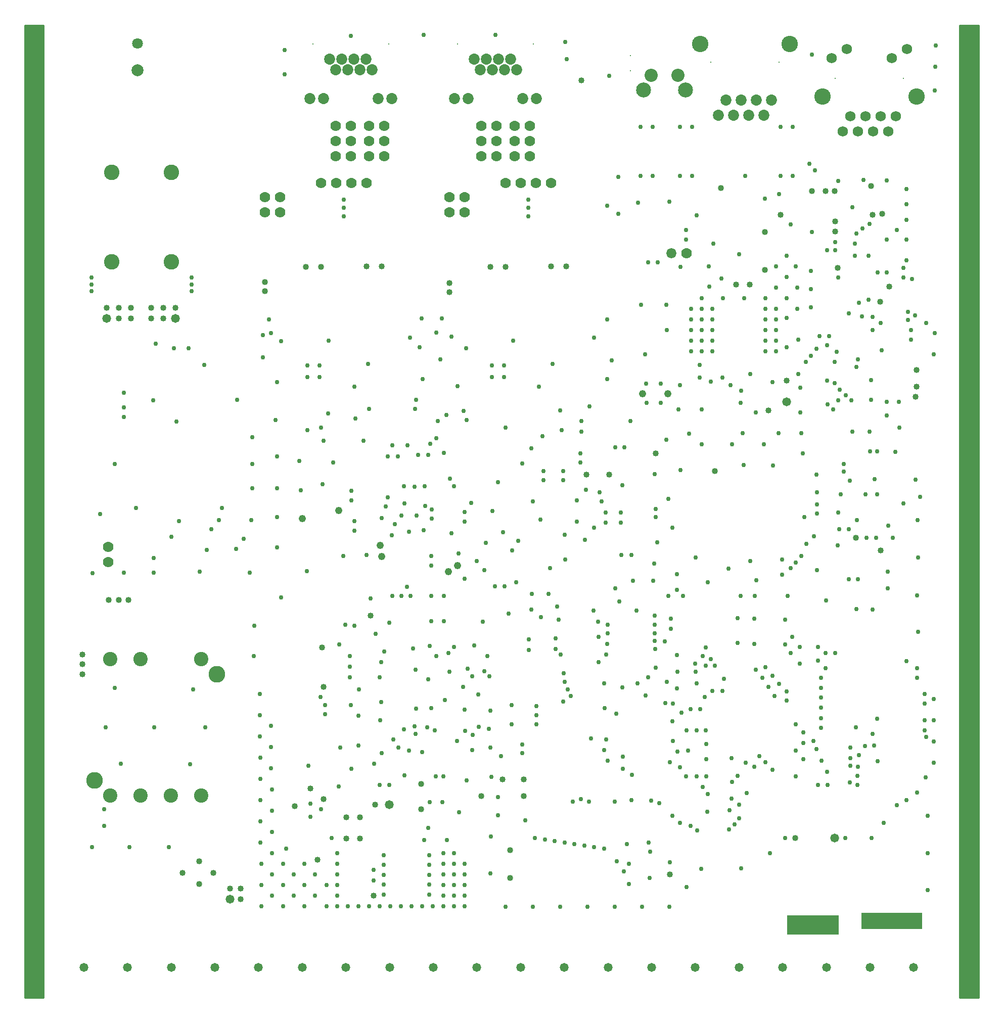
<source format=gbs>
%FSLAX24Y24*%
%MOIN*%
G70*
G01*
G75*
%ADD10C,0.0100*%
%ADD11R,0.1250X0.0600*%
%ADD12R,0.0600X0.1000*%
%ADD13R,0.0380X0.0380*%
%ADD14R,0.0600X0.0600*%
%ADD15R,0.0709X0.1575*%
%ADD16R,0.1614X0.0827*%
%ADD17O,0.0701X0.0157*%
%ADD18R,0.1500X0.1100*%
%ADD19R,0.0600X0.1250*%
%ADD20R,0.0500X0.0600*%
%ADD21R,0.0600X0.0500*%
%ADD22R,0.0315X0.0472*%
%ADD23R,0.1200X0.0900*%
%ADD24R,0.0551X0.0492*%
%ADD25O,0.0138X0.0846*%
%ADD26R,0.0138X0.0846*%
%ADD27R,0.1575X0.1181*%
%ADD28R,0.0709X0.1378*%
%ADD29R,0.0800X0.0800*%
%ADD30O,0.0630X0.0110*%
%ADD31O,0.0110X0.0630*%
%ADD32R,0.0110X0.0630*%
%ADD33R,0.0472X0.1260*%
%ADD34R,0.0472X0.0315*%
%ADD35R,0.0425X0.0380*%
%ADD36C,0.0400*%
%ADD37R,0.1378X0.0709*%
%ADD38R,0.0650X0.0500*%
%ADD39O,0.0787X0.0177*%
%ADD40R,0.0787X0.0177*%
%ADD41R,0.0236X0.0433*%
%ADD42R,0.0492X0.0551*%
%ADD43O,0.0669X0.0110*%
%ADD44R,0.0669X0.0110*%
%ADD45O,0.0110X0.0669*%
%ADD46R,0.0110X0.0669*%
%ADD47R,0.1000X0.0600*%
%ADD48R,0.0850X0.1080*%
%ADD49R,0.0600X0.1350*%
%ADD50R,0.1575X0.2165*%
%ADD51R,0.1500X0.1680*%
%ADD52R,0.0866X0.1142*%
%ADD53O,0.0630X0.0110*%
%ADD54R,0.0630X0.0110*%
%ADD55O,0.0110X0.0709*%
%ADD56O,0.0709X0.0110*%
%ADD57O,0.0709X0.0110*%
%ADD58R,0.0709X0.0110*%
%ADD59O,0.0157X0.0701*%
%ADD60O,0.0110X0.0630*%
%ADD61R,0.0787X0.0512*%
%ADD62R,0.0945X0.0906*%
%ADD63C,0.0200*%
%ADD64C,0.0500*%
%ADD65C,0.0120*%
%ADD66C,0.0150*%
%ADD67C,0.0600*%
%ADD68C,0.0400*%
%ADD69C,0.0250*%
%ADD70C,0.0300*%
%ADD71C,0.0380*%
%ADD72C,0.0700*%
%ADD73C,0.0110*%
%ADD74C,0.0320*%
%ADD75C,0.0080*%
%ADD76C,0.0280*%
%ADD77C,0.0310*%
%ADD78C,0.0140*%
%ADD79C,0.0157*%
%ADD80C,0.0130*%
%ADD81C,0.0090*%
%ADD82C,0.0220*%
%ADD83C,0.0170*%
%ADD84C,0.0180*%
%ADD85C,0.0308*%
%ADD86C,0.0160*%
%ADD87C,0.0390*%
%ADD88R,0.0670X0.0700*%
%ADD89R,0.1350X0.1400*%
%ADD90R,0.0300X0.1229*%
%ADD91C,0.0620*%
%ADD92C,0.0600*%
%ADD93C,0.1000*%
%ADD94C,0.0650*%
%ADD95C,0.0906*%
%ADD96C,0.0787*%
%ADD97C,0.0866*%
%ADD98C,0.1024*%
%ADD99C,0.1024*%
%ADD100P,0.0620X8X0*%
%ADD101C,0.0945*%
%ADD102C,0.0500*%
%ADD103C,0.0118*%
%ADD104C,0.0098*%
%ADD105C,0.0060*%
%ADD106C,0.0079*%
%ADD107C,0.0070*%
%ADD108R,0.0500X0.0300*%
%ADD109R,0.0500X0.1500*%
%ADD110R,0.3100X0.0430*%
%ADD111R,0.0360X0.0130*%
%ADD112R,0.1900X0.1250*%
%ADD113R,0.0520X0.2190*%
%ADD114R,0.0530X0.2180*%
%ADD115R,0.2230X0.0510*%
%ADD116R,0.2180X0.0540*%
%ADD117R,0.3850X0.1200*%
%ADD118R,0.3400X0.1250*%
%ADD119R,0.0560X0.4570*%
%ADD120R,0.0560X0.4580*%
%ADD121R,0.4580X0.0560*%
%ADD122R,0.4570X0.0560*%
%ADD123R,0.0400X0.0350*%
%ADD124R,0.4016X0.1063*%
%ADD125R,0.0520X0.6940*%
%ADD126R,0.6930X0.0530*%
%ADD127R,0.0520X0.6930*%
%ADD128R,0.0600X1.0150*%
%ADD129R,1.0110X0.0610*%
%ADD130R,0.0610X1.0100*%
%ADD131R,0.0520X0.2960*%
%ADD132R,0.2970X0.0520*%
%ADD133R,0.0520X0.2970*%
%ADD134R,0.3010X0.0520*%
%ADD135R,0.1330X0.0680*%
%ADD136R,0.0680X0.1080*%
%ADD137R,0.0460X0.0460*%
%ADD138R,0.0680X0.0680*%
%ADD139R,0.0789X0.1655*%
%ADD140R,0.1694X0.0907*%
%ADD141O,0.0781X0.0237*%
%ADD142R,0.1580X0.1180*%
%ADD143R,0.0680X0.1330*%
%ADD144R,0.0580X0.0680*%
%ADD145R,0.0680X0.0580*%
%ADD146R,0.0395X0.0552*%
%ADD147R,0.1280X0.0980*%
%ADD148R,0.0631X0.0572*%
%ADD149O,0.0218X0.0926*%
%ADD150R,0.0218X0.0926*%
%ADD151R,0.1655X0.1261*%
%ADD152R,0.0789X0.1458*%
%ADD153R,0.0880X0.0880*%
%ADD154O,0.0710X0.0190*%
%ADD155O,0.0190X0.0710*%
%ADD156R,0.0190X0.0710*%
%ADD157R,0.0552X0.1340*%
%ADD158R,0.0552X0.0395*%
%ADD159R,0.0505X0.0460*%
%ADD160C,0.0800*%
%ADD161R,0.1458X0.0789*%
%ADD162R,0.0730X0.0580*%
%ADD163O,0.0867X0.0257*%
%ADD164R,0.0867X0.0257*%
%ADD165R,0.0316X0.0513*%
%ADD166R,0.0572X0.0631*%
%ADD167O,0.0749X0.0190*%
%ADD168R,0.0749X0.0190*%
%ADD169O,0.0190X0.0749*%
%ADD170R,0.0190X0.0749*%
%ADD171R,0.1080X0.0680*%
%ADD172R,0.0930X0.1160*%
%ADD173R,0.0680X0.1430*%
%ADD174R,0.1655X0.2245*%
%ADD175R,0.1580X0.1760*%
%ADD176R,0.0946X0.1222*%
%ADD177O,0.0710X0.0190*%
%ADD178R,0.0710X0.0190*%
%ADD179O,0.0190X0.0789*%
%ADD180O,0.0789X0.0190*%
%ADD181O,0.0789X0.0190*%
%ADD182R,0.0789X0.0190*%
%ADD183O,0.0237X0.0781*%
%ADD184O,0.0190X0.0710*%
%ADD185R,0.0867X0.0592*%
%ADD186R,0.1025X0.0986*%
%ADD187C,0.0700*%
%ADD188C,0.0080*%
%ADD189C,0.0680*%
%ADD190C,0.1080*%
%ADD191C,0.0730*%
%ADD192C,0.0986*%
%ADD193C,0.0867*%
%ADD194C,0.0946*%
%ADD195C,0.1104*%
%ADD196C,0.1104*%
%ADD197P,0.0700X8X0*%
%ADD198C,0.0709*%
%ADD199C,0.1025*%
%ADD200C,0.0300*%
%ADD201C,0.0480*%
%ADD202C,0.0580*%
D10*
X66975Y114775D02*
X68225D01*
X66975Y114745D02*
X68225D01*
X66975Y114665D02*
X68225D01*
X66975Y114585D02*
X68225D01*
X66975Y114505D02*
X68225D01*
X66975Y114425D02*
X68225D01*
X66975Y114345D02*
X68225D01*
X66975Y114265D02*
X68225D01*
X66975Y114185D02*
X68225D01*
X66975Y114105D02*
X68225D01*
X66975Y114025D02*
X68225D01*
X66975Y113945D02*
X68225D01*
X66975Y113865D02*
X68225D01*
X66975Y113785D02*
X68225D01*
X66975Y113705D02*
X68225D01*
X66975Y113625D02*
X68225D01*
X66975Y113545D02*
X68225D01*
X66975Y113465D02*
X68225D01*
X66975Y113385D02*
X68225D01*
X66975Y113305D02*
X68225D01*
X66975Y113225D02*
X68225D01*
X66975Y113145D02*
X68225D01*
X66975Y113065D02*
X68225D01*
X66975Y112985D02*
X68225D01*
X66975Y112905D02*
X68225D01*
X66975Y112825D02*
X68225D01*
X66975Y112745D02*
X68225D01*
X66975Y112665D02*
X68225D01*
X66975Y112585D02*
X68225D01*
X66975Y112505D02*
X68225D01*
X66975Y112425D02*
X68225D01*
X66975Y112345D02*
X68225D01*
X66975Y112265D02*
X68225D01*
X66975Y112185D02*
X68225D01*
X66975Y112105D02*
X68225D01*
X66975Y112025D02*
X68225D01*
X66975Y111945D02*
X68225D01*
X66975Y111865D02*
X68225D01*
X66975Y111785D02*
X68225D01*
X66975Y111705D02*
X68225D01*
X66975Y111625D02*
X68225D01*
X66975Y111545D02*
X68225D01*
X66975Y111465D02*
X68225D01*
X66975Y111385D02*
X68225D01*
X66975Y111305D02*
X68225D01*
X66975Y111225D02*
X68225D01*
X66975Y111145D02*
X68225D01*
X66975Y111065D02*
X68225D01*
X66975Y110985D02*
X68225D01*
X66975Y110905D02*
X68225D01*
X66975Y110825D02*
X68225D01*
X66975Y110745D02*
X68225D01*
X66975Y110665D02*
X68225D01*
X66975Y110585D02*
X68225D01*
X66975Y110505D02*
X68225D01*
X66975Y110425D02*
X68225D01*
X66975Y110345D02*
X68225D01*
X66975Y110265D02*
X68225D01*
X66975Y110185D02*
X68225D01*
X66975Y110105D02*
X68225D01*
X66975Y110025D02*
X68225D01*
X66975Y109945D02*
X68225D01*
X66975Y109865D02*
X68225D01*
X66975Y109785D02*
X68225D01*
X66975Y109705D02*
X68225D01*
X66975Y109625D02*
X68225D01*
X66975Y109545D02*
X68225D01*
X66975Y109465D02*
X68225D01*
X66975Y109385D02*
X68225D01*
X66975Y109305D02*
X68225D01*
X66975Y109225D02*
X68225D01*
X66975Y109145D02*
X68225D01*
X66975Y109065D02*
X68225D01*
X66975Y108985D02*
X68225D01*
X66975Y108905D02*
X68225D01*
X66975Y108825D02*
X68225D01*
X66975Y108745D02*
X68225D01*
X66975Y108665D02*
X68225D01*
X66975Y108585D02*
X68225D01*
X66975Y108505D02*
X68225D01*
X66975Y108425D02*
X68225D01*
X66975Y108345D02*
X68225D01*
X66975Y108265D02*
X68225D01*
X66975Y108185D02*
X68225D01*
X66975Y108105D02*
X68225D01*
X66975Y108025D02*
X68225D01*
X66975Y107945D02*
X68225D01*
X66975Y107865D02*
X68225D01*
X66975Y107785D02*
X68225D01*
X66975Y107705D02*
X68225D01*
X66975Y107625D02*
X68225D01*
X66975Y107545D02*
X68225D01*
X66975Y107465D02*
X68225D01*
X66975Y107385D02*
X68225D01*
X66975Y107305D02*
X68225D01*
X66975Y107225D02*
X68225D01*
X66975Y107145D02*
X68225D01*
X66975Y107065D02*
X68225D01*
X66975Y106985D02*
X68225D01*
X66975Y106905D02*
X68225D01*
X66975Y106825D02*
X68225D01*
X66975Y106745D02*
X68225D01*
X66975Y106665D02*
X68225D01*
X66975Y106585D02*
X68225D01*
X66975Y106505D02*
X68225D01*
X66975Y106425D02*
X68225D01*
X66975Y106345D02*
X68225D01*
X66975Y106265D02*
X68225D01*
X66975Y106185D02*
X68225D01*
X66975Y106105D02*
X68225D01*
X66975Y106025D02*
X68225D01*
X66975Y105945D02*
X68225D01*
X66975Y105865D02*
X68225D01*
X66975Y105785D02*
X68225D01*
X66975Y105705D02*
X68225D01*
X66975Y105625D02*
X68225D01*
X66975Y105545D02*
X68225D01*
X66975Y105465D02*
X68225D01*
X66975Y105385D02*
X68225D01*
X66975Y105305D02*
X68225D01*
X66975Y105225D02*
X68225D01*
X66975Y105145D02*
X68225D01*
X66975Y105065D02*
X68225D01*
X66975Y104985D02*
X68225D01*
X66975Y104905D02*
X68225D01*
X66975Y104825D02*
X68225D01*
X66975Y104745D02*
X68225D01*
X66975Y104665D02*
X68225D01*
X66975Y104585D02*
X68225D01*
X66975Y104505D02*
X68225D01*
X66975Y104425D02*
X68225D01*
X66975Y104345D02*
X68225D01*
X66975Y104265D02*
X68225D01*
X66975Y104185D02*
X68225D01*
X66975Y104105D02*
X68225D01*
X66975Y104025D02*
X68225D01*
X66975Y103945D02*
X68225D01*
X66975Y103865D02*
X68225D01*
X66975Y103785D02*
X68225D01*
X66975Y103705D02*
X68225D01*
X66975Y103625D02*
X68225D01*
X66975Y103545D02*
X68225D01*
X66975Y103465D02*
X68225D01*
X66975Y103385D02*
X68225D01*
X66975Y103305D02*
X68225D01*
X66975Y103225D02*
X68225D01*
X66975Y103145D02*
X68225D01*
X66975Y103065D02*
X68225D01*
X66975Y102985D02*
X68225D01*
X66975Y102905D02*
X68225D01*
X66975Y102825D02*
X68225D01*
X66975Y102745D02*
X68225D01*
X66975Y102665D02*
X68225D01*
X66975Y102585D02*
X68225D01*
X66975Y102505D02*
X68225D01*
X66975Y102425D02*
X68225D01*
X66975Y102345D02*
X68225D01*
X66975Y102265D02*
X68225D01*
X66975Y102185D02*
X68225D01*
X66975Y102105D02*
X68225D01*
X66975Y102025D02*
X68225D01*
X66975Y101945D02*
X68225D01*
X66975Y101865D02*
X68225D01*
X66975Y101785D02*
X68225D01*
X66975Y101705D02*
X68225D01*
X66975Y101625D02*
X68225D01*
X66975Y101545D02*
X68225D01*
X66975Y101465D02*
X68225D01*
X66975Y101385D02*
X68225D01*
X66975Y101305D02*
X68225D01*
X66975Y101225D02*
X68225D01*
X66975Y101145D02*
X68225D01*
X66975Y101065D02*
X68225D01*
X66975Y100985D02*
X68225D01*
X66975Y100905D02*
X68225D01*
X66975Y100825D02*
X68225D01*
X66975Y100745D02*
X68225D01*
X66975Y100665D02*
X68225D01*
X66975Y100585D02*
X68225D01*
X66975Y100505D02*
X68225D01*
X66975Y100425D02*
X68225D01*
X66975Y100345D02*
X68225D01*
X66975Y100265D02*
X68225D01*
X66975Y100185D02*
X68225D01*
X66975Y100105D02*
X68225D01*
X66975Y100025D02*
X68225D01*
X66975Y99945D02*
X68225D01*
X66975Y99865D02*
X68225D01*
X66975Y99785D02*
X68225D01*
X66975Y99705D02*
X68225D01*
X66975Y99625D02*
X68225D01*
X66975Y99545D02*
X68225D01*
X66975Y99465D02*
X68225D01*
X66975Y99385D02*
X68225D01*
X66975Y99305D02*
X68225D01*
X66975Y99225D02*
X68225D01*
X66975Y99145D02*
X68225D01*
X66975Y99065D02*
X68225D01*
X66975Y98985D02*
X68225D01*
X66975Y98905D02*
X68225D01*
X66975Y98825D02*
X68225D01*
X66975Y98745D02*
X68225D01*
X66975Y98665D02*
X68225D01*
X66975Y98585D02*
X68225D01*
X66975Y98505D02*
X68225D01*
X66975Y98425D02*
X68225D01*
X66975Y98345D02*
X68225D01*
X66975Y98265D02*
X68225D01*
X66975Y98185D02*
X68225D01*
X66975Y98105D02*
X68225D01*
X66975Y98025D02*
X68225D01*
X66975Y97945D02*
X68225D01*
X66975Y97865D02*
X68225D01*
X66975Y97785D02*
X68225D01*
X66975Y97705D02*
X68225D01*
X66975Y97625D02*
X68225D01*
X66975Y97545D02*
X68225D01*
X66975Y97465D02*
X68225D01*
X66975Y97385D02*
X68225D01*
X66975Y97305D02*
X68225D01*
X66975Y97225D02*
X68225D01*
X66975Y97145D02*
X68225D01*
X66975Y97065D02*
X68225D01*
X66975Y96985D02*
X68225D01*
X66975Y96905D02*
X68225D01*
X66975Y96825D02*
X68225D01*
X66975Y96745D02*
X68225D01*
X66975Y96665D02*
X68225D01*
X66975Y96585D02*
X68225D01*
X66975Y96505D02*
X68225D01*
X66975Y96425D02*
X68225D01*
X66975Y96345D02*
X68225D01*
X66975Y96265D02*
X68225D01*
X66975Y96185D02*
X68225D01*
X66975Y96105D02*
X68225D01*
X66975Y96025D02*
X68225D01*
X66975Y95945D02*
X68225D01*
X66975Y95865D02*
X68225D01*
X66975Y95785D02*
X68225D01*
X66975Y95705D02*
X68225D01*
X66975Y95625D02*
X68225D01*
X66975Y95545D02*
X68225D01*
X66975Y95465D02*
X68225D01*
X66975Y95385D02*
X68225D01*
X66975Y95305D02*
X68225D01*
X66975Y95225D02*
X68225D01*
X66975Y95145D02*
X68225D01*
X66975Y95065D02*
X68225D01*
X66975Y94985D02*
X68225D01*
X66975Y94905D02*
X68225D01*
X66975Y94825D02*
X68225D01*
X66975Y94745D02*
X68225D01*
X66975Y94665D02*
X68225D01*
X66975Y94585D02*
X68225D01*
X66975Y94505D02*
X68225D01*
X66975Y94425D02*
X68225D01*
X66975Y94345D02*
X68225D01*
X66975Y94265D02*
X68225D01*
X66975Y94185D02*
X68225D01*
X66975Y94105D02*
X68225D01*
X66975Y94025D02*
X68225D01*
X66975Y93945D02*
X68225D01*
X66975Y93865D02*
X68225D01*
X66975Y93785D02*
X68225D01*
X66975Y93705D02*
X68225D01*
X66975Y93625D02*
X68225D01*
X66975Y93545D02*
X68225D01*
X66975Y93465D02*
X68225D01*
X66975Y93385D02*
X68225D01*
X66975Y93305D02*
X68225D01*
X66975Y93225D02*
X68225D01*
X66975Y93145D02*
X68225D01*
X66975Y93065D02*
X68225D01*
X66975Y92985D02*
X68225D01*
X66975Y92905D02*
X68225D01*
X66975Y92825D02*
X68225D01*
X66975Y92745D02*
X68225D01*
X66975Y92665D02*
X68225D01*
X66975Y92585D02*
X68225D01*
X66975Y92505D02*
X68225D01*
X66975Y92425D02*
X68225D01*
X66975Y92345D02*
X68225D01*
X66975Y92265D02*
X68225D01*
X66975Y92185D02*
X68225D01*
X66975Y92105D02*
X68225D01*
X66975Y92025D02*
X68225D01*
X66975Y91945D02*
X68225D01*
X66975Y91865D02*
X68225D01*
X66975Y91785D02*
X68225D01*
X66975Y91705D02*
X68225D01*
X66975Y91625D02*
X68225D01*
X66975Y91545D02*
X68225D01*
X66975Y91465D02*
X68225D01*
X66975Y91385D02*
X68225D01*
X66975Y91305D02*
X68225D01*
X66975Y91225D02*
X68225D01*
X66975Y91145D02*
X68225D01*
X66975Y91065D02*
X68225D01*
X66975Y90985D02*
X68225D01*
X66975Y90905D02*
X68225D01*
X66975Y90825D02*
X68225D01*
X66975Y90745D02*
X68225D01*
X66975Y90665D02*
X68225D01*
X66975Y90585D02*
X68225D01*
X66975Y90505D02*
X68225D01*
X66975Y90425D02*
X68225D01*
X66975Y90345D02*
X68225D01*
X66975Y90265D02*
X68225D01*
X66975Y90185D02*
X68225D01*
X66975Y90105D02*
X68225D01*
X66975Y90025D02*
X68225D01*
X66975Y89945D02*
X68225D01*
X66975Y89865D02*
X68225D01*
X66975Y89785D02*
X68225D01*
X66975Y89705D02*
X68225D01*
X66975Y89625D02*
X68225D01*
Y50625D02*
Y114775D01*
X68175Y50625D02*
Y114775D01*
X68095Y50625D02*
Y114775D01*
X66975Y89545D02*
X68225D01*
X68015Y50625D02*
Y114775D01*
X66975Y89465D02*
X68225D01*
X67935Y50625D02*
Y114775D01*
X67855Y50625D02*
Y114775D01*
X67775Y50625D02*
Y114775D01*
X67695Y50625D02*
Y114775D01*
X67615Y50625D02*
Y114775D01*
X67535Y50625D02*
Y114775D01*
X67455Y50625D02*
Y114775D01*
X67375Y50625D02*
Y114775D01*
X67295Y50625D02*
Y114775D01*
X67215Y50625D02*
Y114775D01*
X67135Y50625D02*
Y114775D01*
X67055Y50625D02*
Y114775D01*
X66975Y50625D02*
Y114775D01*
Y89385D02*
X68225D01*
X66975Y89305D02*
X68225D01*
X66975Y89225D02*
X68225D01*
X66975Y89145D02*
X68225D01*
X66975Y89065D02*
X68225D01*
X66975Y88985D02*
X68225D01*
X66975Y88905D02*
X68225D01*
X66975Y88825D02*
X68225D01*
X66975Y88745D02*
X68225D01*
X66975Y88665D02*
X68225D01*
X66975Y88585D02*
X68225D01*
X66975Y88505D02*
X68225D01*
X66975Y88425D02*
X68225D01*
X66975Y88345D02*
X68225D01*
X66975Y88265D02*
X68225D01*
X66975Y88185D02*
X68225D01*
X66975Y88105D02*
X68225D01*
X66975Y88025D02*
X68225D01*
X66975Y87945D02*
X68225D01*
X66975Y87865D02*
X68225D01*
X66975Y87785D02*
X68225D01*
X66975Y87705D02*
X68225D01*
X66975Y87625D02*
X68225D01*
X66975Y87545D02*
X68225D01*
X66975Y87465D02*
X68225D01*
X66975Y87385D02*
X68225D01*
X66975Y87305D02*
X68225D01*
X66975Y87225D02*
X68225D01*
X66975Y87145D02*
X68225D01*
X66975Y87065D02*
X68225D01*
X66975Y86985D02*
X68225D01*
X66975Y86905D02*
X68225D01*
X66975Y86825D02*
X68225D01*
X66975Y86745D02*
X68225D01*
X66975Y86665D02*
X68225D01*
X66975Y86585D02*
X68225D01*
X66975Y86505D02*
X68225D01*
X66975Y86425D02*
X68225D01*
X66975Y86345D02*
X68225D01*
X66975Y86265D02*
X68225D01*
X66975Y86185D02*
X68225D01*
X66975Y86105D02*
X68225D01*
X66975Y86025D02*
X68225D01*
X66975Y85945D02*
X68225D01*
X66975Y85865D02*
X68225D01*
X66975Y85785D02*
X68225D01*
X66975Y85705D02*
X68225D01*
X66975Y85625D02*
X68225D01*
X66975Y85545D02*
X68225D01*
X66975Y85465D02*
X68225D01*
X66975Y85385D02*
X68225D01*
X66975Y85305D02*
X68225D01*
X66975Y85225D02*
X68225D01*
X66975Y85145D02*
X68225D01*
X66975Y85065D02*
X68225D01*
X66975Y84985D02*
X68225D01*
X66975Y84905D02*
X68225D01*
X66975Y84825D02*
X68225D01*
X66975Y84745D02*
X68225D01*
X66975Y84665D02*
X68225D01*
X66975Y84585D02*
X68225D01*
X66975Y84505D02*
X68225D01*
X66975Y84425D02*
X68225D01*
X66975Y84345D02*
X68225D01*
X66975Y84265D02*
X68225D01*
X66975Y84185D02*
X68225D01*
X66975Y84105D02*
X68225D01*
X66975Y84025D02*
X68225D01*
X66975Y83945D02*
X68225D01*
X66975Y83865D02*
X68225D01*
X66975Y83785D02*
X68225D01*
X66975Y83705D02*
X68225D01*
X66975Y83625D02*
X68225D01*
X66975Y83545D02*
X68225D01*
X66975Y83465D02*
X68225D01*
X66975Y50625D02*
X68225D01*
X66975Y83385D02*
X68225D01*
X66975Y83305D02*
X68225D01*
X66975Y83225D02*
X68225D01*
X66975Y83145D02*
X68225D01*
X66975Y83065D02*
X68225D01*
X66975Y82985D02*
X68225D01*
X66975Y82905D02*
X68225D01*
X66975Y82825D02*
X68225D01*
X66975Y82745D02*
X68225D01*
X66975Y82665D02*
X68225D01*
X66975Y82585D02*
X68225D01*
X66975Y82505D02*
X68225D01*
X66975Y82425D02*
X68225D01*
X66975Y82345D02*
X68225D01*
X66975Y82265D02*
X68225D01*
X66975Y82185D02*
X68225D01*
X66975Y82105D02*
X68225D01*
X66975Y82025D02*
X68225D01*
X66975Y81945D02*
X68225D01*
X66975Y81865D02*
X68225D01*
X66975Y81785D02*
X68225D01*
X66975Y81705D02*
X68225D01*
X66975Y81625D02*
X68225D01*
X66975Y81545D02*
X68225D01*
X66975Y81465D02*
X68225D01*
X66975Y81385D02*
X68225D01*
X66975Y81305D02*
X68225D01*
X66975Y81225D02*
X68225D01*
X66975Y81145D02*
X68225D01*
X66975Y81065D02*
X68225D01*
X66975Y80985D02*
X68225D01*
X66975Y80905D02*
X68225D01*
X66975Y80825D02*
X68225D01*
X66975Y80745D02*
X68225D01*
X66975Y80665D02*
X68225D01*
X66975Y80585D02*
X68225D01*
X66975Y80505D02*
X68225D01*
X66975Y80425D02*
X68225D01*
X66975Y80345D02*
X68225D01*
X66975Y80265D02*
X68225D01*
X66975Y80185D02*
X68225D01*
X66975Y80105D02*
X68225D01*
X66975Y80025D02*
X68225D01*
X66975Y79945D02*
X68225D01*
X66975Y79865D02*
X68225D01*
X66975Y79785D02*
X68225D01*
X66975Y79705D02*
X68225D01*
X66975Y79625D02*
X68225D01*
X66975Y79545D02*
X68225D01*
X66975Y79465D02*
X68225D01*
X66975Y79385D02*
X68225D01*
X66975Y79305D02*
X68225D01*
X66975Y79225D02*
X68225D01*
X66975Y79145D02*
X68225D01*
X66975Y79065D02*
X68225D01*
X66975Y78985D02*
X68225D01*
X66975Y78905D02*
X68225D01*
X66975Y78825D02*
X68225D01*
X66975Y78745D02*
X68225D01*
X66975Y78665D02*
X68225D01*
X66975Y78585D02*
X68225D01*
X66975Y78505D02*
X68225D01*
X66975Y78425D02*
X68225D01*
X66975Y78345D02*
X68225D01*
X66975Y78265D02*
X68225D01*
X66975Y78185D02*
X68225D01*
X66975Y78105D02*
X68225D01*
X66975Y78025D02*
X68225D01*
X66975Y77945D02*
X68225D01*
X66975Y77865D02*
X68225D01*
X66975Y77785D02*
X68225D01*
X66975Y77705D02*
X68225D01*
X66975Y77625D02*
X68225D01*
X66975Y77545D02*
X68225D01*
X66975Y77465D02*
X68225D01*
X66975Y77385D02*
X68225D01*
X66975Y77305D02*
X68225D01*
X66975Y77225D02*
X68225D01*
X66975Y77145D02*
X68225D01*
X66975Y77065D02*
X68225D01*
X66975Y76985D02*
X68225D01*
X66975Y76905D02*
X68225D01*
X66975Y76825D02*
X68225D01*
X66975Y76745D02*
X68225D01*
X66975Y76665D02*
X68225D01*
X66975Y76585D02*
X68225D01*
X66975Y76505D02*
X68225D01*
X66975Y76425D02*
X68225D01*
X66975Y76345D02*
X68225D01*
X66975Y76265D02*
X68225D01*
X66975Y76185D02*
X68225D01*
X66975Y76105D02*
X68225D01*
X66975Y76025D02*
X68225D01*
X66975Y75945D02*
X68225D01*
X66975Y75865D02*
X68225D01*
X66975Y75785D02*
X68225D01*
X66975Y75705D02*
X68225D01*
X66975Y75625D02*
X68225D01*
X66975Y75545D02*
X68225D01*
X66975Y75465D02*
X68225D01*
X66975Y75385D02*
X68225D01*
X66975Y75305D02*
X68225D01*
X66975Y75225D02*
X68225D01*
X66975Y75145D02*
X68225D01*
X66975Y75065D02*
X68225D01*
X66975Y74985D02*
X68225D01*
X66975Y74905D02*
X68225D01*
X66975Y74825D02*
X68225D01*
X66975Y74745D02*
X68225D01*
X66975Y74665D02*
X68225D01*
X66975Y74585D02*
X68225D01*
X66975Y74505D02*
X68225D01*
X66975Y74425D02*
X68225D01*
X66975Y74345D02*
X68225D01*
X66975Y74265D02*
X68225D01*
X66975Y74185D02*
X68225D01*
X66975Y74105D02*
X68225D01*
X66975Y74025D02*
X68225D01*
X66975Y73945D02*
X68225D01*
X66975Y73865D02*
X68225D01*
X66975Y73785D02*
X68225D01*
X66975Y73705D02*
X68225D01*
X66975Y73625D02*
X68225D01*
X66975Y73545D02*
X68225D01*
X66975Y73465D02*
X68225D01*
X66975Y73385D02*
X68225D01*
X66975Y73305D02*
X68225D01*
X66975Y73225D02*
X68225D01*
X66975Y73145D02*
X68225D01*
X66975Y73065D02*
X68225D01*
X66975Y72985D02*
X68225D01*
X66975Y72905D02*
X68225D01*
X66975Y72825D02*
X68225D01*
X66975Y72745D02*
X68225D01*
X66975Y72665D02*
X68225D01*
X66975Y72585D02*
X68225D01*
X66975Y72505D02*
X68225D01*
X66975Y72425D02*
X68225D01*
X66975Y72345D02*
X68225D01*
X66975Y72265D02*
X68225D01*
X66975Y72185D02*
X68225D01*
X66975Y72105D02*
X68225D01*
X66975Y72025D02*
X68225D01*
X66975Y71945D02*
X68225D01*
X66975Y71865D02*
X68225D01*
X66975Y71785D02*
X68225D01*
X66975Y71705D02*
X68225D01*
X66975Y71625D02*
X68225D01*
X66975Y71545D02*
X68225D01*
X66975Y71465D02*
X68225D01*
X66975Y71385D02*
X68225D01*
X66975Y71305D02*
X68225D01*
X66975Y71225D02*
X68225D01*
X66975Y71145D02*
X68225D01*
X66975Y71065D02*
X68225D01*
X66975Y70985D02*
X68225D01*
X66975Y70905D02*
X68225D01*
X66975Y70825D02*
X68225D01*
X66975Y70745D02*
X68225D01*
X66975Y70665D02*
X68225D01*
X66975Y70585D02*
X68225D01*
X66975Y70505D02*
X68225D01*
X66975Y70425D02*
X68225D01*
X66975Y70345D02*
X68225D01*
X66975Y70265D02*
X68225D01*
X66975Y70185D02*
X68225D01*
X66975Y70105D02*
X68225D01*
X66975Y70025D02*
X68225D01*
X66975Y69945D02*
X68225D01*
X66975Y69865D02*
X68225D01*
X66975Y69785D02*
X68225D01*
X66975Y69705D02*
X68225D01*
X66975Y69625D02*
X68225D01*
X66975Y69545D02*
X68225D01*
X66975Y69465D02*
X68225D01*
X66975Y69385D02*
X68225D01*
X66975Y69305D02*
X68225D01*
X66975Y69225D02*
X68225D01*
X66975Y69145D02*
X68225D01*
X66975Y69065D02*
X68225D01*
X66975Y68985D02*
X68225D01*
X66975Y68905D02*
X68225D01*
X66975Y68825D02*
X68225D01*
X66975Y68745D02*
X68225D01*
X66975Y68665D02*
X68225D01*
X66975Y68585D02*
X68225D01*
X66975Y68505D02*
X68225D01*
X66975Y68425D02*
X68225D01*
X66975Y68345D02*
X68225D01*
X66975Y68265D02*
X68225D01*
X66975Y68185D02*
X68225D01*
X66975Y68105D02*
X68225D01*
X66975Y68025D02*
X68225D01*
X66975Y67945D02*
X68225D01*
X66975Y67865D02*
X68225D01*
X66975Y67785D02*
X68225D01*
X66975Y67705D02*
X68225D01*
X66975Y67625D02*
X68225D01*
X66975Y67545D02*
X68225D01*
X66975Y67465D02*
X68225D01*
X66975Y67385D02*
X68225D01*
X66975Y67305D02*
X68225D01*
X66975Y67225D02*
X68225D01*
X66975Y67145D02*
X68225D01*
X66975Y67065D02*
X68225D01*
X66975Y66985D02*
X68225D01*
X66975Y66905D02*
X68225D01*
X66975Y66825D02*
X68225D01*
X66975Y66745D02*
X68225D01*
X66975Y66665D02*
X68225D01*
X66975Y66585D02*
X68225D01*
X66975Y66505D02*
X68225D01*
X66975Y66425D02*
X68225D01*
X66975Y66345D02*
X68225D01*
X66975Y66265D02*
X68225D01*
X66975Y66185D02*
X68225D01*
X66975Y66105D02*
X68225D01*
X66975Y66025D02*
X68225D01*
X66975Y65945D02*
X68225D01*
X66975Y65865D02*
X68225D01*
X66975Y65785D02*
X68225D01*
X66975Y65705D02*
X68225D01*
X66975Y65625D02*
X68225D01*
X66975Y65545D02*
X68225D01*
X66975Y65465D02*
X68225D01*
X66975Y65385D02*
X68225D01*
X66975Y65305D02*
X68225D01*
X66975Y65225D02*
X68225D01*
X66975Y65145D02*
X68225D01*
X66975Y65065D02*
X68225D01*
X66975Y64985D02*
X68225D01*
X66975Y64905D02*
X68225D01*
X66975Y64825D02*
X68225D01*
X66975Y64745D02*
X68225D01*
X66975Y64665D02*
X68225D01*
X66975Y64585D02*
X68225D01*
X66975Y64505D02*
X68225D01*
X66975Y64425D02*
X68225D01*
X66975Y64345D02*
X68225D01*
X66975Y64265D02*
X68225D01*
X66975Y64185D02*
X68225D01*
X66975Y64105D02*
X68225D01*
X66975Y64025D02*
X68225D01*
X66975Y63945D02*
X68225D01*
X66975Y63865D02*
X68225D01*
X66975Y63785D02*
X68225D01*
X66975Y63705D02*
X68225D01*
X66975Y63625D02*
X68225D01*
X66975Y63545D02*
X68225D01*
X66975Y63465D02*
X68225D01*
X66975Y63385D02*
X68225D01*
X66975Y63305D02*
X68225D01*
X66975Y63225D02*
X68225D01*
X66975Y63145D02*
X68225D01*
X66975Y63065D02*
X68225D01*
X66975Y62985D02*
X68225D01*
X66975Y62905D02*
X68225D01*
X66975Y62825D02*
X68225D01*
X66975Y62745D02*
X68225D01*
X66975Y62665D02*
X68225D01*
X66975Y62585D02*
X68225D01*
X66975Y62505D02*
X68225D01*
X66975Y62425D02*
X68225D01*
X66975Y62345D02*
X68225D01*
X66975Y62265D02*
X68225D01*
X66975Y62185D02*
X68225D01*
X66975Y62105D02*
X68225D01*
X66975Y62025D02*
X68225D01*
X66975Y61945D02*
X68225D01*
X66975Y61865D02*
X68225D01*
X66975Y61785D02*
X68225D01*
X66975Y61705D02*
X68225D01*
X66975Y61625D02*
X68225D01*
X66975Y61545D02*
X68225D01*
X66975Y61465D02*
X68225D01*
X66975Y61385D02*
X68225D01*
X66975Y61305D02*
X68225D01*
X66975Y61225D02*
X68225D01*
X66975Y61145D02*
X68225D01*
X66975Y61065D02*
X68225D01*
X66975Y60985D02*
X68225D01*
X66975Y60905D02*
X68225D01*
X66975Y60825D02*
X68225D01*
X66975Y60745D02*
X68225D01*
X66975Y60665D02*
X68225D01*
X66975Y60585D02*
X68225D01*
X66975Y60505D02*
X68225D01*
X66975Y60425D02*
X68225D01*
X66975Y60345D02*
X68225D01*
X66975Y60265D02*
X68225D01*
X66975Y60185D02*
X68225D01*
X66975Y60105D02*
X68225D01*
X66975Y60025D02*
X68225D01*
X66975Y59945D02*
X68225D01*
X66975Y59865D02*
X68225D01*
X66975Y59785D02*
X68225D01*
X66975Y59705D02*
X68225D01*
X66975Y59625D02*
X68225D01*
X66975Y59545D02*
X68225D01*
X66975Y59465D02*
X68225D01*
X66975Y59385D02*
X68225D01*
X66975Y59305D02*
X68225D01*
X66975Y59225D02*
X68225D01*
X66975Y59145D02*
X68225D01*
X66975Y59065D02*
X68225D01*
X66975Y58985D02*
X68225D01*
X66975Y58905D02*
X68225D01*
X66975Y58825D02*
X68225D01*
X66975Y58745D02*
X68225D01*
X66975Y58665D02*
X68225D01*
X66975Y58585D02*
X68225D01*
X66975Y58505D02*
X68225D01*
X66975Y58425D02*
X68225D01*
X66975Y58345D02*
X68225D01*
X66975Y58265D02*
X68225D01*
X66975Y58185D02*
X68225D01*
X66975Y58105D02*
X68225D01*
X66975Y58025D02*
X68225D01*
X66975Y57945D02*
X68225D01*
X66975Y57865D02*
X68225D01*
X66975Y57785D02*
X68225D01*
X66975Y57705D02*
X68225D01*
X66975Y57625D02*
X68225D01*
X66975Y57545D02*
X68225D01*
X66975Y57465D02*
X68225D01*
X66975Y57385D02*
X68225D01*
X66975Y57305D02*
X68225D01*
X66975Y57225D02*
X68225D01*
X66975Y57145D02*
X68225D01*
X66975Y57065D02*
X68225D01*
X66975Y50625D02*
Y114775D01*
Y56985D02*
X68225D01*
X66975Y56905D02*
X68225D01*
X66975Y56825D02*
X68225D01*
X66975Y56745D02*
X68225D01*
X66975Y56665D02*
X68225D01*
X66975Y56585D02*
X68225D01*
X66975Y56505D02*
X68225D01*
X66975Y56425D02*
X68225D01*
X66975Y56345D02*
X68225D01*
X66975Y56265D02*
X68225D01*
X66975Y56185D02*
X68225D01*
X66975Y56105D02*
X68225D01*
X66975Y56025D02*
X68225D01*
X66975Y55945D02*
X68225D01*
X66975Y55865D02*
X68225D01*
X66975Y55785D02*
X68225D01*
X66975Y55705D02*
X68225D01*
X66975Y55625D02*
X68225D01*
X66975Y55545D02*
X68225D01*
X66975Y55465D02*
X68225D01*
X66975Y55385D02*
X68225D01*
X66975Y55305D02*
X68225D01*
X66975Y55225D02*
X68225D01*
X66975Y55145D02*
X68225D01*
X66975Y55065D02*
X68225D01*
X66975Y54985D02*
X68225D01*
X66975Y54905D02*
X68225D01*
X66975Y54825D02*
X68225D01*
X66975Y54745D02*
X68225D01*
X66975Y54665D02*
X68225D01*
X66975Y54585D02*
X68225D01*
X66975Y54505D02*
X68225D01*
X66975Y54425D02*
X68225D01*
X66975Y54345D02*
X68225D01*
X66975Y54265D02*
X68225D01*
X66975Y54185D02*
X68225D01*
X66975Y54105D02*
X68225D01*
X66975Y54025D02*
X68225D01*
X66975Y53945D02*
X68225D01*
X66975Y53865D02*
X68225D01*
X66975Y53785D02*
X68225D01*
X66975Y53705D02*
X68225D01*
X66975Y53625D02*
X68225D01*
X66975Y53545D02*
X68225D01*
X66975Y53465D02*
X68225D01*
X66975Y53385D02*
X68225D01*
X66975Y53305D02*
X68225D01*
X66975Y53225D02*
X68225D01*
X66975Y53145D02*
X68225D01*
X66975Y53065D02*
X68225D01*
X66975Y52985D02*
X68225D01*
X66975Y52905D02*
X68225D01*
X66975Y52825D02*
X68225D01*
X66975Y52745D02*
X68225D01*
X66975Y52665D02*
X68225D01*
X66975Y52585D02*
X68225D01*
X66975Y52505D02*
X68225D01*
X66975Y52425D02*
X68225D01*
X66975Y52345D02*
X68225D01*
X66975Y52265D02*
X68225D01*
X66975Y52185D02*
X68225D01*
X66975Y52105D02*
X68225D01*
X66975Y52025D02*
X68225D01*
X66975Y51945D02*
X68225D01*
X66975Y51865D02*
X68225D01*
X66975Y51785D02*
X68225D01*
X66975Y51705D02*
X68225D01*
X66975Y51625D02*
X68225D01*
X66975Y51545D02*
X68225D01*
X66975Y51465D02*
X68225D01*
X66975Y51385D02*
X68225D01*
X66975Y51305D02*
X68225D01*
X66975Y51225D02*
X68225D01*
X66975Y51145D02*
X68225D01*
X66975Y51065D02*
X68225D01*
X66975Y50985D02*
X68225D01*
X66975Y50905D02*
X68225D01*
X66975Y50825D02*
X68225D01*
X66975Y50745D02*
X68225D01*
X66975Y50665D02*
X68225D01*
X128625Y114775D02*
X129875D01*
X128625Y114745D02*
X129875D01*
X128625Y114665D02*
X129875D01*
X128625Y114585D02*
X129875D01*
X128625Y114505D02*
X129875D01*
X128625Y114425D02*
X129875D01*
X128625Y114345D02*
X129875D01*
X128625Y114265D02*
X129875D01*
X128625Y114185D02*
X129875D01*
X128625Y114105D02*
X129875D01*
X128625Y114025D02*
X129875D01*
X128625Y113945D02*
X129875D01*
X128625Y113865D02*
X129875D01*
X128625Y113785D02*
X129875D01*
X128625Y113705D02*
X129875D01*
X128625Y113625D02*
X129875D01*
X128625Y113545D02*
X129875D01*
X128625Y113465D02*
X129875D01*
X128625Y113385D02*
X129875D01*
X128625Y113305D02*
X129875D01*
X128625Y113225D02*
X129875D01*
X128625Y113145D02*
X129875D01*
X128625Y113065D02*
X129875D01*
X128625Y112985D02*
X129875D01*
X128625Y112905D02*
X129875D01*
X128625Y112825D02*
X129875D01*
X128625Y112745D02*
X129875D01*
X128625Y112665D02*
X129875D01*
X128625Y112585D02*
X129875D01*
X128625Y112505D02*
X129875D01*
X128625Y112425D02*
X129875D01*
X128625Y112345D02*
X129875D01*
X128625Y112265D02*
X129875D01*
X128625Y112185D02*
X129875D01*
X128625Y112105D02*
X129875D01*
X128625Y112025D02*
X129875D01*
X128625Y111945D02*
X129875D01*
X128625Y111865D02*
X129875D01*
X128625Y111785D02*
X129875D01*
X128625Y111705D02*
X129875D01*
X128625Y111625D02*
X129875D01*
X128625Y111545D02*
X129875D01*
X128625Y111465D02*
X129875D01*
X128625Y111385D02*
X129875D01*
X128625Y111305D02*
X129875D01*
X128625Y111225D02*
X129875D01*
X128625Y111145D02*
X129875D01*
X128625Y111065D02*
X129875D01*
X128625Y110985D02*
X129875D01*
X128625Y110905D02*
X129875D01*
X128625Y110825D02*
X129875D01*
X128625Y110745D02*
X129875D01*
X128625Y110665D02*
X129875D01*
X128625Y110585D02*
X129875D01*
X128625Y110505D02*
X129875D01*
X128625Y110425D02*
X129875D01*
X128625Y110345D02*
X129875D01*
X128625Y110265D02*
X129875D01*
X128625Y110185D02*
X129875D01*
X128625Y110105D02*
X129875D01*
X128625Y110025D02*
X129875D01*
X128625Y109945D02*
X129875D01*
X128625Y109865D02*
X129875D01*
X128625Y109785D02*
X129875D01*
X128625Y109705D02*
X129875D01*
X128625Y109625D02*
X129875D01*
X128625Y109545D02*
X129875D01*
X128625Y109465D02*
X129875D01*
X128625Y109385D02*
X129875D01*
X128625Y109305D02*
X129875D01*
X128625Y109225D02*
X129875D01*
X128625Y109145D02*
X129875D01*
X128625Y109065D02*
X129875D01*
X128625Y108985D02*
X129875D01*
X128625Y108905D02*
X129875D01*
X128625Y108825D02*
X129875D01*
X128625Y108745D02*
X129875D01*
X128625Y108665D02*
X129875D01*
X128625Y108585D02*
X129875D01*
X128625Y108505D02*
X129875D01*
X128625Y108425D02*
X129875D01*
X128625Y108345D02*
X129875D01*
X128625Y108265D02*
X129875D01*
X128625Y108185D02*
X129875D01*
X128625Y108105D02*
X129875D01*
X128625Y108025D02*
X129875D01*
X128625Y107945D02*
X129875D01*
X128625Y107865D02*
X129875D01*
X128625Y107785D02*
X129875D01*
X128625Y107705D02*
X129875D01*
X128625Y107625D02*
X129875D01*
X128625Y107545D02*
X129875D01*
X128625Y107465D02*
X129875D01*
X128625Y107385D02*
X129875D01*
X128625Y107305D02*
X129875D01*
X128625Y107225D02*
X129875D01*
X128625Y107145D02*
X129875D01*
X128625Y107065D02*
X129875D01*
X128625Y106985D02*
X129875D01*
X128625Y106905D02*
X129875D01*
X128625Y106825D02*
X129875D01*
X128625Y106745D02*
X129875D01*
X128625Y106665D02*
X129875D01*
X128625Y106585D02*
X129875D01*
X128625Y106505D02*
X129875D01*
X128625Y106425D02*
X129875D01*
X128625Y106345D02*
X129875D01*
X128625Y106265D02*
X129875D01*
X128625Y106185D02*
X129875D01*
X128625Y106105D02*
X129875D01*
X128625Y106025D02*
X129875D01*
X128625Y105945D02*
X129875D01*
X128625Y105865D02*
X129875D01*
X128625Y105785D02*
X129875D01*
X128625Y105705D02*
X129875D01*
X128625Y105625D02*
X129875D01*
X128625Y105545D02*
X129875D01*
X128625Y105465D02*
X129875D01*
X128625Y105385D02*
X129875D01*
X128625Y105305D02*
X129875D01*
X128625Y105225D02*
X129875D01*
X128625Y105145D02*
X129875D01*
X128625Y105065D02*
X129875D01*
X128625Y104985D02*
X129875D01*
X128625Y104905D02*
X129875D01*
X128625Y104825D02*
X129875D01*
X128625Y104745D02*
X129875D01*
X128625Y104665D02*
X129875D01*
X128625Y104585D02*
X129875D01*
X128625Y104505D02*
X129875D01*
X128625Y104425D02*
X129875D01*
X128625Y104345D02*
X129875D01*
X128625Y104265D02*
X129875D01*
X128625Y104185D02*
X129875D01*
X128625Y104105D02*
X129875D01*
X128625Y104025D02*
X129875D01*
X128625Y103945D02*
X129875D01*
X128625Y103865D02*
X129875D01*
X128625Y103785D02*
X129875D01*
X128625Y103705D02*
X129875D01*
X128625Y103625D02*
X129875D01*
X128625Y103545D02*
X129875D01*
X128625Y103465D02*
X129875D01*
X128625Y103385D02*
X129875D01*
X128625Y103305D02*
X129875D01*
X128625Y103225D02*
X129875D01*
X128625Y103145D02*
X129875D01*
X128625Y103065D02*
X129875D01*
X128625Y102985D02*
X129875D01*
X128625Y102905D02*
X129875D01*
X128625Y102825D02*
X129875D01*
X128625Y102745D02*
X129875D01*
X128625Y102665D02*
X129875D01*
X128625Y102585D02*
X129875D01*
X128625Y102505D02*
X129875D01*
X128625Y102425D02*
X129875D01*
X128625Y102345D02*
X129875D01*
X128625Y102265D02*
X129875D01*
X128625Y102185D02*
X129875D01*
X128625Y102105D02*
X129875D01*
X128625Y102025D02*
X129875D01*
X128625Y101945D02*
X129875D01*
X128625Y101865D02*
X129875D01*
X128625Y101785D02*
X129875D01*
X128625Y101705D02*
X129875D01*
X128625Y101625D02*
X129875D01*
X128625Y101545D02*
X129875D01*
X128625Y101465D02*
X129875D01*
X128625Y101385D02*
X129875D01*
X128625Y101305D02*
X129875D01*
X128625Y101225D02*
X129875D01*
X128625Y101145D02*
X129875D01*
X128625Y101065D02*
X129875D01*
X128625Y100985D02*
X129875D01*
X128625Y100905D02*
X129875D01*
X128625Y100825D02*
X129875D01*
X128625Y100745D02*
X129875D01*
X128625Y100665D02*
X129875D01*
X128625Y100585D02*
X129875D01*
X128625Y100505D02*
X129875D01*
X128625Y100425D02*
X129875D01*
X128625Y100345D02*
X129875D01*
X128625Y100265D02*
X129875D01*
X128625Y100185D02*
X129875D01*
X128625Y100105D02*
X129875D01*
X128625Y100025D02*
X129875D01*
X128625Y99945D02*
X129875D01*
X128625Y99865D02*
X129875D01*
X128625Y99785D02*
X129875D01*
X128625Y99705D02*
X129875D01*
X128625Y99625D02*
X129875D01*
X128625Y99545D02*
X129875D01*
X128625Y99465D02*
X129875D01*
X128625Y99385D02*
X129875D01*
X128625Y99305D02*
X129875D01*
X128625Y99225D02*
X129875D01*
X128625Y99145D02*
X129875D01*
X128625Y99065D02*
X129875D01*
X128625Y98985D02*
X129875D01*
X128625Y98905D02*
X129875D01*
X128625Y98825D02*
X129875D01*
X128625Y98745D02*
X129875D01*
X128625Y98665D02*
X129875D01*
X128625Y98585D02*
X129875D01*
X128625Y98505D02*
X129875D01*
X128625Y98425D02*
X129875D01*
X128625Y98345D02*
X129875D01*
X128625Y98265D02*
X129875D01*
X128625Y98185D02*
X129875D01*
X128625Y98105D02*
X129875D01*
X128625Y98025D02*
X129875D01*
X128625Y97945D02*
X129875D01*
X128625Y97865D02*
X129875D01*
X128625Y97785D02*
X129875D01*
X128625Y97705D02*
X129875D01*
X128625Y97625D02*
X129875D01*
X128625Y97545D02*
X129875D01*
X128625Y97465D02*
X129875D01*
X128625Y97385D02*
X129875D01*
X128625Y97305D02*
X129875D01*
X128625Y97225D02*
X129875D01*
X128625Y97145D02*
X129875D01*
X128625Y97065D02*
X129875D01*
X128625Y96985D02*
X129875D01*
X128625Y96905D02*
X129875D01*
X128625Y96825D02*
X129875D01*
X128625Y96745D02*
X129875D01*
X128625Y96665D02*
X129875D01*
X128625Y96585D02*
X129875D01*
X128625Y96505D02*
X129875D01*
X128625Y96425D02*
X129875D01*
X128625Y96345D02*
X129875D01*
X128625Y96265D02*
X129875D01*
X128625Y96185D02*
X129875D01*
X128625Y96105D02*
X129875D01*
X128625Y96025D02*
X129875D01*
X128625Y95945D02*
X129875D01*
X128625Y95865D02*
X129875D01*
X128625Y95785D02*
X129875D01*
X128625Y95705D02*
X129875D01*
X128625Y95625D02*
X129875D01*
X128625Y95545D02*
X129875D01*
X128625Y95465D02*
X129875D01*
X128625Y95385D02*
X129875D01*
X128625Y95305D02*
X129875D01*
X128625Y95225D02*
X129875D01*
X128625Y95145D02*
X129875D01*
X128625Y95065D02*
X129875D01*
X128625Y94985D02*
X129875D01*
X128625Y94905D02*
X129875D01*
X128625Y94825D02*
X129875D01*
X128625Y94745D02*
X129875D01*
X128625Y94665D02*
X129875D01*
X128625Y94585D02*
X129875D01*
X128625Y94505D02*
X129875D01*
X128625Y94425D02*
X129875D01*
X128625Y94345D02*
X129875D01*
X128625Y94265D02*
X129875D01*
X128625Y94185D02*
X129875D01*
X128625Y94105D02*
X129875D01*
X128625Y94025D02*
X129875D01*
X128625Y93945D02*
X129875D01*
X128625Y93865D02*
X129875D01*
X128625Y93785D02*
X129875D01*
X128625Y93705D02*
X129875D01*
X128625Y93625D02*
X129875D01*
X128625Y93545D02*
X129875D01*
X128625Y93465D02*
X129875D01*
X128625Y93385D02*
X129875D01*
X128625Y93305D02*
X129875D01*
X128625Y93225D02*
X129875D01*
X128625Y93145D02*
X129875D01*
X128625Y93065D02*
X129875D01*
X128625Y92985D02*
X129875D01*
X128625Y92905D02*
X129875D01*
X128625Y92825D02*
X129875D01*
X128625Y92745D02*
X129875D01*
X128625Y92665D02*
X129875D01*
X128625Y92585D02*
X129875D01*
X128625Y92505D02*
X129875D01*
X128625Y92425D02*
X129875D01*
X128625Y92345D02*
X129875D01*
X128625Y92265D02*
X129875D01*
X128625Y92185D02*
X129875D01*
X128625Y92105D02*
X129875D01*
X128625Y92025D02*
X129875D01*
X128625Y91945D02*
X129875D01*
X128625Y91865D02*
X129875D01*
X128625Y91785D02*
X129875D01*
X128625Y91705D02*
X129875D01*
X128625Y91625D02*
X129875D01*
X128625Y91545D02*
X129875D01*
X128625Y91465D02*
X129875D01*
X128625Y91385D02*
X129875D01*
X128625Y91305D02*
X129875D01*
X128625Y91225D02*
X129875D01*
X128625Y91145D02*
X129875D01*
X128625Y91065D02*
X129875D01*
X128625Y90985D02*
X129875D01*
X128625Y90905D02*
X129875D01*
X128625Y90825D02*
X129875D01*
X128625Y90745D02*
X129875D01*
X128625Y90665D02*
X129875D01*
X128625Y90585D02*
X129875D01*
X128625Y90505D02*
X129875D01*
X128625Y90425D02*
X129875D01*
X128625Y90345D02*
X129875D01*
X128625Y90265D02*
X129875D01*
X128625Y90185D02*
X129875D01*
X128625Y90105D02*
X129875D01*
X128625Y90025D02*
X129875D01*
X128625Y89945D02*
X129875D01*
X128625Y89865D02*
X129875D01*
X128625Y89785D02*
X129875D01*
X128625Y89705D02*
X129875D01*
X128625Y89625D02*
X129875D01*
Y50625D02*
Y114775D01*
X129855Y50625D02*
Y114775D01*
X129775Y50625D02*
Y114775D01*
X129695Y50625D02*
Y114775D01*
X129615Y50625D02*
Y114775D01*
X128625Y89545D02*
X129875D01*
X129535Y50625D02*
Y114775D01*
X129455Y50625D02*
Y114775D01*
X129375Y50625D02*
Y114775D01*
X129295Y50625D02*
Y114775D01*
X129215Y50625D02*
Y114775D01*
X129135Y50625D02*
Y114775D01*
X129055Y50625D02*
Y114775D01*
X128975Y50625D02*
Y114775D01*
X128895Y50625D02*
Y114775D01*
X128815Y50625D02*
Y114775D01*
X128735Y50625D02*
Y114775D01*
X128655Y50625D02*
Y114775D01*
X128625Y50625D02*
Y114775D01*
Y89465D02*
X129875D01*
X128625Y89385D02*
X129875D01*
X128625Y89305D02*
X129875D01*
X128625Y89225D02*
X129875D01*
X128625Y89145D02*
X129875D01*
X128625Y89065D02*
X129875D01*
X128625Y88985D02*
X129875D01*
X128625Y88905D02*
X129875D01*
X128625Y88825D02*
X129875D01*
X128625Y88745D02*
X129875D01*
X128625Y88665D02*
X129875D01*
X128625Y88585D02*
X129875D01*
X128625Y88505D02*
X129875D01*
X128625Y88425D02*
X129875D01*
X128625Y88345D02*
X129875D01*
X128625Y88265D02*
X129875D01*
X128625Y88185D02*
X129875D01*
X128625Y88105D02*
X129875D01*
X128625Y88025D02*
X129875D01*
X128625Y87945D02*
X129875D01*
X128625Y87865D02*
X129875D01*
X128625Y87785D02*
X129875D01*
X128625Y87705D02*
X129875D01*
X128625Y87625D02*
X129875D01*
X128625Y87545D02*
X129875D01*
X128625Y87465D02*
X129875D01*
X128625Y87385D02*
X129875D01*
X128625Y87305D02*
X129875D01*
X128625Y87225D02*
X129875D01*
X128625Y87145D02*
X129875D01*
X128625Y87065D02*
X129875D01*
X128625Y86985D02*
X129875D01*
X128625Y86905D02*
X129875D01*
X128625Y86825D02*
X129875D01*
X128625Y86745D02*
X129875D01*
X128625Y86665D02*
X129875D01*
X128625Y86585D02*
X129875D01*
X128625Y86505D02*
X129875D01*
X128625Y86425D02*
X129875D01*
X128625Y86345D02*
X129875D01*
X128625Y86265D02*
X129875D01*
X128625Y86185D02*
X129875D01*
X128625Y86105D02*
X129875D01*
X128625Y86025D02*
X129875D01*
X128625Y85945D02*
X129875D01*
X128625Y85865D02*
X129875D01*
X128625Y85785D02*
X129875D01*
X128625Y85705D02*
X129875D01*
X128625Y85625D02*
X129875D01*
X128625Y85545D02*
X129875D01*
X128625Y85465D02*
X129875D01*
X128625Y85385D02*
X129875D01*
X128625Y85305D02*
X129875D01*
X128625Y85225D02*
X129875D01*
X128625Y85145D02*
X129875D01*
X128625Y85065D02*
X129875D01*
X128625Y84985D02*
X129875D01*
X128625Y84905D02*
X129875D01*
X128625Y84825D02*
X129875D01*
X128625Y84745D02*
X129875D01*
X128625Y84665D02*
X129875D01*
X128625Y84585D02*
X129875D01*
X128625Y84505D02*
X129875D01*
X128625Y84425D02*
X129875D01*
X128625Y84345D02*
X129875D01*
X128625Y84265D02*
X129875D01*
X128625Y84185D02*
X129875D01*
X128625Y84105D02*
X129875D01*
X128625Y84025D02*
X129875D01*
X128625Y83945D02*
X129875D01*
X128625Y83865D02*
X129875D01*
X128625Y83785D02*
X129875D01*
X128625Y83705D02*
X129875D01*
X128625Y83625D02*
X129875D01*
X128625Y83545D02*
X129875D01*
X128625Y50625D02*
X129875D01*
X128625Y83465D02*
X129875D01*
X128625Y83385D02*
X129875D01*
X128625Y83305D02*
X129875D01*
X128625Y83225D02*
X129875D01*
X128625Y83145D02*
X129875D01*
X128625Y83065D02*
X129875D01*
X128625Y82985D02*
X129875D01*
X128625Y82905D02*
X129875D01*
X128625Y82825D02*
X129875D01*
X128625Y82745D02*
X129875D01*
X128625Y82665D02*
X129875D01*
X128625Y82585D02*
X129875D01*
X128625Y82505D02*
X129875D01*
X128625Y82425D02*
X129875D01*
X128625Y82345D02*
X129875D01*
X128625Y82265D02*
X129875D01*
X128625Y82185D02*
X129875D01*
X128625Y82105D02*
X129875D01*
X128625Y82025D02*
X129875D01*
X128625Y81945D02*
X129875D01*
X128625Y81865D02*
X129875D01*
X128625Y81785D02*
X129875D01*
X128625Y81705D02*
X129875D01*
X128625Y81625D02*
X129875D01*
X128625Y81545D02*
X129875D01*
X128625Y81465D02*
X129875D01*
X128625Y81385D02*
X129875D01*
X128625Y81305D02*
X129875D01*
X128625Y81225D02*
X129875D01*
X128625Y81145D02*
X129875D01*
X128625Y81065D02*
X129875D01*
X128625Y80985D02*
X129875D01*
X128625Y80905D02*
X129875D01*
X128625Y80825D02*
X129875D01*
X128625Y80745D02*
X129875D01*
X128625Y80665D02*
X129875D01*
X128625Y80585D02*
X129875D01*
X128625Y80505D02*
X129875D01*
X128625Y80425D02*
X129875D01*
X128625Y80345D02*
X129875D01*
X128625Y80265D02*
X129875D01*
X128625Y80185D02*
X129875D01*
X128625Y80105D02*
X129875D01*
X128625Y80025D02*
X129875D01*
X128625Y79945D02*
X129875D01*
X128625Y79865D02*
X129875D01*
X128625Y79785D02*
X129875D01*
X128625Y79705D02*
X129875D01*
X128625Y79625D02*
X129875D01*
X128625Y79545D02*
X129875D01*
X128625Y79465D02*
X129875D01*
X128625Y79385D02*
X129875D01*
X128625Y79305D02*
X129875D01*
X128625Y79225D02*
X129875D01*
X128625Y79145D02*
X129875D01*
X128625Y79065D02*
X129875D01*
X128625Y78985D02*
X129875D01*
X128625Y78905D02*
X129875D01*
X128625Y78825D02*
X129875D01*
X128625Y78745D02*
X129875D01*
X128625Y78665D02*
X129875D01*
X128625Y78585D02*
X129875D01*
X128625Y78505D02*
X129875D01*
X128625Y78425D02*
X129875D01*
X128625Y78345D02*
X129875D01*
X128625Y78265D02*
X129875D01*
X128625Y78185D02*
X129875D01*
X128625Y78105D02*
X129875D01*
X128625Y78025D02*
X129875D01*
X128625Y77945D02*
X129875D01*
X128625Y77865D02*
X129875D01*
X128625Y77785D02*
X129875D01*
X128625Y77705D02*
X129875D01*
X128625Y77625D02*
X129875D01*
X128625Y77545D02*
X129875D01*
X128625Y77465D02*
X129875D01*
X128625Y77385D02*
X129875D01*
X128625Y77305D02*
X129875D01*
X128625Y77225D02*
X129875D01*
X128625Y77145D02*
X129875D01*
X128625Y77065D02*
X129875D01*
X128625Y76985D02*
X129875D01*
X128625Y76905D02*
X129875D01*
X128625Y76825D02*
X129875D01*
X128625Y76745D02*
X129875D01*
X128625Y76665D02*
X129875D01*
X128625Y76585D02*
X129875D01*
X128625Y76505D02*
X129875D01*
X128625Y76425D02*
X129875D01*
X128625Y76345D02*
X129875D01*
X128625Y76265D02*
X129875D01*
X128625Y76185D02*
X129875D01*
X128625Y76105D02*
X129875D01*
X128625Y76025D02*
X129875D01*
X128625Y75945D02*
X129875D01*
X128625Y75865D02*
X129875D01*
X128625Y75785D02*
X129875D01*
X128625Y75705D02*
X129875D01*
X128625Y75625D02*
X129875D01*
X128625Y75545D02*
X129875D01*
X128625Y75465D02*
X129875D01*
X128625Y75385D02*
X129875D01*
X128625Y75305D02*
X129875D01*
X128625Y75225D02*
X129875D01*
X128625Y75145D02*
X129875D01*
X128625Y75065D02*
X129875D01*
X128625Y74985D02*
X129875D01*
X128625Y74905D02*
X129875D01*
X128625Y74825D02*
X129875D01*
X128625Y74745D02*
X129875D01*
X128625Y74665D02*
X129875D01*
X128625Y74585D02*
X129875D01*
X128625Y74505D02*
X129875D01*
X128625Y74425D02*
X129875D01*
X128625Y74345D02*
X129875D01*
X128625Y74265D02*
X129875D01*
X128625Y74185D02*
X129875D01*
X128625Y74105D02*
X129875D01*
X128625Y74025D02*
X129875D01*
X128625Y73945D02*
X129875D01*
X128625Y73865D02*
X129875D01*
X128625Y73785D02*
X129875D01*
X128625Y73705D02*
X129875D01*
X128625Y73625D02*
X129875D01*
X128625Y73545D02*
X129875D01*
X128625Y73465D02*
X129875D01*
X128625Y73385D02*
X129875D01*
X128625Y73305D02*
X129875D01*
X128625Y73225D02*
X129875D01*
X128625Y73145D02*
X129875D01*
X128625Y73065D02*
X129875D01*
X128625Y72985D02*
X129875D01*
X128625Y72905D02*
X129875D01*
X128625Y72825D02*
X129875D01*
X128625Y72745D02*
X129875D01*
X128625Y72665D02*
X129875D01*
X128625Y72585D02*
X129875D01*
X128625Y72505D02*
X129875D01*
X128625Y72425D02*
X129875D01*
X128625Y72345D02*
X129875D01*
X128625Y72265D02*
X129875D01*
X128625Y72185D02*
X129875D01*
X128625Y72105D02*
X129875D01*
X128625Y72025D02*
X129875D01*
X128625Y71945D02*
X129875D01*
X128625Y71865D02*
X129875D01*
X128625Y71785D02*
X129875D01*
X128625Y71705D02*
X129875D01*
X128625Y71625D02*
X129875D01*
X128625Y71545D02*
X129875D01*
X128625Y71465D02*
X129875D01*
X128625Y71385D02*
X129875D01*
X128625Y71305D02*
X129875D01*
X128625Y71225D02*
X129875D01*
X128625Y71145D02*
X129875D01*
X128625Y71065D02*
X129875D01*
X128625Y70985D02*
X129875D01*
X128625Y70905D02*
X129875D01*
X128625Y70825D02*
X129875D01*
X128625Y70745D02*
X129875D01*
X128625Y70665D02*
X129875D01*
X128625Y70585D02*
X129875D01*
X128625Y70505D02*
X129875D01*
X128625Y70425D02*
X129875D01*
X128625Y70345D02*
X129875D01*
X128625Y70265D02*
X129875D01*
X128625Y70185D02*
X129875D01*
X128625Y70105D02*
X129875D01*
X128625Y70025D02*
X129875D01*
X128625Y69945D02*
X129875D01*
X128625Y69865D02*
X129875D01*
X128625Y69785D02*
X129875D01*
X128625Y69705D02*
X129875D01*
X128625Y69625D02*
X129875D01*
X128625Y69545D02*
X129875D01*
X128625Y69465D02*
X129875D01*
X128625Y69385D02*
X129875D01*
X128625Y69305D02*
X129875D01*
X128625Y69225D02*
X129875D01*
X128625Y69145D02*
X129875D01*
X128625Y69065D02*
X129875D01*
X128625Y68985D02*
X129875D01*
X128625Y68905D02*
X129875D01*
X128625Y68825D02*
X129875D01*
X128625Y68745D02*
X129875D01*
X128625Y68665D02*
X129875D01*
X128625Y68585D02*
X129875D01*
X128625Y68505D02*
X129875D01*
X128625Y68425D02*
X129875D01*
X128625Y68345D02*
X129875D01*
X128625Y68265D02*
X129875D01*
X128625Y68185D02*
X129875D01*
X128625Y68105D02*
X129875D01*
X128625Y68025D02*
X129875D01*
X128625Y67945D02*
X129875D01*
X128625Y67865D02*
X129875D01*
X128625Y67785D02*
X129875D01*
X128625Y67705D02*
X129875D01*
X128625Y67625D02*
X129875D01*
X128625Y67545D02*
X129875D01*
X128625Y67465D02*
X129875D01*
X128625Y67385D02*
X129875D01*
X128625Y67305D02*
X129875D01*
X128625Y67225D02*
X129875D01*
X128625Y67145D02*
X129875D01*
X128625Y67065D02*
X129875D01*
X128625Y66985D02*
X129875D01*
X128625Y66905D02*
X129875D01*
X128625Y66825D02*
X129875D01*
X128625Y66745D02*
X129875D01*
X128625Y66665D02*
X129875D01*
X128625Y66585D02*
X129875D01*
X128625Y66505D02*
X129875D01*
X128625Y66425D02*
X129875D01*
X128625Y66345D02*
X129875D01*
X128625Y66265D02*
X129875D01*
X128625Y66185D02*
X129875D01*
X128625Y66105D02*
X129875D01*
X128625Y66025D02*
X129875D01*
X128625Y65945D02*
X129875D01*
X128625Y65865D02*
X129875D01*
X128625Y65785D02*
X129875D01*
X128625Y65705D02*
X129875D01*
X128625Y65625D02*
X129875D01*
X128625Y65545D02*
X129875D01*
X128625Y65465D02*
X129875D01*
X128625Y65385D02*
X129875D01*
X128625Y65305D02*
X129875D01*
X128625Y65225D02*
X129875D01*
X128625Y65145D02*
X129875D01*
X128625Y65065D02*
X129875D01*
X128625Y64985D02*
X129875D01*
X128625Y64905D02*
X129875D01*
X128625Y64825D02*
X129875D01*
X128625Y64745D02*
X129875D01*
X128625Y64665D02*
X129875D01*
X128625Y64585D02*
X129875D01*
X128625Y64505D02*
X129875D01*
X128625Y64425D02*
X129875D01*
X128625Y64345D02*
X129875D01*
X128625Y64265D02*
X129875D01*
X128625Y64185D02*
X129875D01*
X128625Y64105D02*
X129875D01*
X128625Y64025D02*
X129875D01*
X128625Y63945D02*
X129875D01*
X128625Y63865D02*
X129875D01*
X128625Y63785D02*
X129875D01*
X128625Y63705D02*
X129875D01*
X128625Y63625D02*
X129875D01*
X128625Y63545D02*
X129875D01*
X128625Y63465D02*
X129875D01*
X128625Y63385D02*
X129875D01*
X128625Y63305D02*
X129875D01*
X128625Y63225D02*
X129875D01*
X128625Y63145D02*
X129875D01*
X128625Y63065D02*
X129875D01*
X128625Y62985D02*
X129875D01*
X128625Y62905D02*
X129875D01*
X128625Y62825D02*
X129875D01*
X128625Y62745D02*
X129875D01*
X128625Y62665D02*
X129875D01*
X128625Y62585D02*
X129875D01*
X128625Y62505D02*
X129875D01*
X128625Y62425D02*
X129875D01*
X128625Y62345D02*
X129875D01*
X128625Y62265D02*
X129875D01*
X128625Y62185D02*
X129875D01*
X128625Y62105D02*
X129875D01*
X128625Y62025D02*
X129875D01*
X128625Y61945D02*
X129875D01*
X128625Y61865D02*
X129875D01*
X128625Y61785D02*
X129875D01*
X128625Y61705D02*
X129875D01*
X128625Y61625D02*
X129875D01*
X128625Y61545D02*
X129875D01*
X128625Y61465D02*
X129875D01*
X128625Y61385D02*
X129875D01*
X128625Y61305D02*
X129875D01*
X128625Y61225D02*
X129875D01*
X128625Y61145D02*
X129875D01*
X128625Y61065D02*
X129875D01*
X128625Y60985D02*
X129875D01*
X128625Y60905D02*
X129875D01*
X128625Y60825D02*
X129875D01*
X128625Y60745D02*
X129875D01*
X128625Y60665D02*
X129875D01*
X128625Y60585D02*
X129875D01*
X128625Y60505D02*
X129875D01*
X128625Y60425D02*
X129875D01*
X128625Y60345D02*
X129875D01*
X128625Y60265D02*
X129875D01*
X128625Y60185D02*
X129875D01*
X128625Y60105D02*
X129875D01*
X128625Y60025D02*
X129875D01*
X128625Y59945D02*
X129875D01*
X128625Y59865D02*
X129875D01*
X128625Y59785D02*
X129875D01*
X128625Y59705D02*
X129875D01*
X128625Y59625D02*
X129875D01*
X128625Y59545D02*
X129875D01*
X128625Y59465D02*
X129875D01*
X128625Y59385D02*
X129875D01*
X128625Y59305D02*
X129875D01*
X128625Y59225D02*
X129875D01*
X128625Y59145D02*
X129875D01*
X128625Y59065D02*
X129875D01*
X128625Y58985D02*
X129875D01*
X128625Y58905D02*
X129875D01*
X128625Y58825D02*
X129875D01*
X128625Y58745D02*
X129875D01*
X128625Y58665D02*
X129875D01*
X128625Y58585D02*
X129875D01*
X128625Y58505D02*
X129875D01*
X128625Y58425D02*
X129875D01*
X128625Y58345D02*
X129875D01*
X128625Y58265D02*
X129875D01*
X128625Y58185D02*
X129875D01*
X128625Y58105D02*
X129875D01*
X128625Y58025D02*
X129875D01*
X128625Y57945D02*
X129875D01*
X128625Y57865D02*
X129875D01*
X128625Y57785D02*
X129875D01*
X128625Y57705D02*
X129875D01*
X128625Y57625D02*
X129875D01*
X128625Y57545D02*
X129875D01*
X128625Y57465D02*
X129875D01*
X128625Y57385D02*
X129875D01*
X128625Y57305D02*
X129875D01*
X128625Y57225D02*
X129875D01*
X128625Y57145D02*
X129875D01*
X128625Y57065D02*
X129875D01*
X128625Y56985D02*
X129875D01*
X128625Y56905D02*
X129875D01*
X128625Y56825D02*
X129875D01*
X128625Y56745D02*
X129875D01*
X128625Y56665D02*
X129875D01*
X128625Y56585D02*
X129875D01*
X128625Y56505D02*
X129875D01*
X128625Y56425D02*
X129875D01*
X128625Y56345D02*
X129875D01*
X128625Y56265D02*
X129875D01*
X128625Y56185D02*
X129875D01*
X128625Y56105D02*
X129875D01*
X128625Y56025D02*
X129875D01*
X128625Y55945D02*
X129875D01*
X128625Y55865D02*
X129875D01*
X128625Y55785D02*
X129875D01*
X128625Y55705D02*
X129875D01*
X128625Y55625D02*
X129875D01*
X128625Y55545D02*
X129875D01*
X128625Y55465D02*
X129875D01*
X128625Y55385D02*
X129875D01*
X128625Y55305D02*
X129875D01*
X128625Y55225D02*
X129875D01*
X128625Y55145D02*
X129875D01*
X128625Y55065D02*
X129875D01*
X128625Y54985D02*
X129875D01*
X128625Y54905D02*
X129875D01*
X128625Y54825D02*
X129875D01*
X128625Y54745D02*
X129875D01*
X128625Y54665D02*
X129875D01*
X128625Y54585D02*
X129875D01*
X128625Y54505D02*
X129875D01*
X128625Y54425D02*
X129875D01*
X128625Y54345D02*
X129875D01*
X128625Y54265D02*
X129875D01*
X128625Y54185D02*
X129875D01*
X128625Y54105D02*
X129875D01*
X128625Y54025D02*
X129875D01*
X128625Y53945D02*
X129875D01*
X128625Y53865D02*
X129875D01*
X128625Y53785D02*
X129875D01*
X128625Y53705D02*
X129875D01*
X128625Y53625D02*
X129875D01*
X128625Y53545D02*
X129875D01*
X128625Y53465D02*
X129875D01*
X128625Y53385D02*
X129875D01*
X128625Y53305D02*
X129875D01*
X128625Y53225D02*
X129875D01*
X128625Y53145D02*
X129875D01*
X128625Y53065D02*
X129875D01*
X128625Y52985D02*
X129875D01*
X128625Y52905D02*
X129875D01*
X128625Y52825D02*
X129875D01*
X128625Y52745D02*
X129875D01*
X128625Y52665D02*
X129875D01*
X128625Y52585D02*
X129875D01*
X128625Y52505D02*
X129875D01*
X128625Y52425D02*
X129875D01*
X128625Y52345D02*
X129875D01*
X128625Y52265D02*
X129875D01*
X128625Y52185D02*
X129875D01*
X128625Y52105D02*
X129875D01*
X128625Y52025D02*
X129875D01*
X128625Y51945D02*
X129875D01*
X128625Y51865D02*
X129875D01*
X128625Y51785D02*
X129875D01*
X128625Y51705D02*
X129875D01*
X128625Y51625D02*
X129875D01*
X128625Y51545D02*
X129875D01*
X128625Y51465D02*
X129875D01*
X128625Y51385D02*
X129875D01*
X128625Y51305D02*
X129875D01*
X128625Y51225D02*
X129875D01*
X128625Y51145D02*
X129875D01*
X128625Y51065D02*
X129875D01*
X128625Y50985D02*
X129875D01*
X128625Y50905D02*
X129875D01*
X128625Y50825D02*
X129875D01*
X128625Y50745D02*
X129875D01*
X128625Y50665D02*
X129875D01*
D36*
X94975Y97175D02*
D03*
Y97775D02*
D03*
X82825Y97225D02*
D03*
Y97825D02*
D03*
X90525Y98875D02*
D03*
X86525Y98825D02*
D03*
X89525Y98875D02*
D03*
X102675D02*
D03*
X98675Y98825D02*
D03*
X97675D02*
D03*
X101675Y98875D02*
D03*
X123425Y80125D02*
D03*
X78475Y59625D02*
D03*
Y58125D02*
D03*
X79425Y58875D02*
D03*
X77375D02*
D03*
X115777Y98625D02*
D03*
X116825Y102275D02*
D03*
X120425Y101175D02*
D03*
X125725Y90275D02*
D03*
X125775Y90925D02*
D03*
X114777Y97675D02*
D03*
X113877D02*
D03*
X115777Y101125D02*
D03*
X112875Y104025D02*
D03*
X116025Y89375D02*
D03*
X125775Y92025D02*
D03*
X118875Y103825D02*
D03*
X120425Y101825D02*
D03*
X119775Y103825D02*
D03*
X120375D02*
D03*
X120575Y98775D02*
D03*
X122775Y104155D02*
D03*
X123375Y96525D02*
D03*
X123975Y97525D02*
D03*
X122875Y102275D02*
D03*
X123525Y102325D02*
D03*
X105525Y85125D02*
D03*
X117225Y91325D02*
D03*
X112475Y85375D02*
D03*
X108570Y86530D02*
D03*
X99875Y63925D02*
D03*
Y65025D02*
D03*
X98475D02*
D03*
X85825Y64425D02*
D03*
X84775Y63275D02*
D03*
X89075Y61125D02*
D03*
Y62525D02*
D03*
X88175D02*
D03*
Y61125D02*
D03*
X86675Y71125D02*
D03*
X86575Y73725D02*
D03*
X89975Y57375D02*
D03*
X89775Y75825D02*
D03*
X93125Y64725D02*
D03*
X97075Y63925D02*
D03*
X98975Y58525D02*
D03*
X86675Y63725D02*
D03*
X109525Y58775D02*
D03*
X98975Y60375D02*
D03*
X80525Y57825D02*
D03*
X81225D02*
D03*
Y57125D02*
D03*
X117775Y61175D02*
D03*
X121775Y80975D02*
D03*
X104025Y85125D02*
D03*
X93125Y63075D02*
D03*
X90075Y63375D02*
D03*
X85525Y98825D02*
D03*
X103675Y111125D02*
D03*
X86275Y59725D02*
D03*
X75325Y96125D02*
D03*
X76125D02*
D03*
X76925D02*
D03*
X72375D02*
D03*
X73975D02*
D03*
X73175D02*
D03*
X73825Y76875D02*
D03*
X72525D02*
D03*
X73175D02*
D03*
X75325Y95425D02*
D03*
X76125D02*
D03*
X73975D02*
D03*
X73175D02*
D03*
X70775Y71975D02*
D03*
Y73275D02*
D03*
Y72625D02*
D03*
D96*
X74425Y111803D02*
D03*
D118*
X118945Y55420D02*
D03*
D124*
X124137Y55711D02*
D03*
D187*
X100275Y106125D02*
D03*
X99275D02*
D03*
X100275Y107125D02*
D03*
X99275D02*
D03*
X100275Y108125D02*
D03*
X99275D02*
D03*
X72475Y80375D02*
D03*
Y79375D02*
D03*
X95975Y103425D02*
D03*
Y102425D02*
D03*
X83825Y103425D02*
D03*
Y102425D02*
D03*
X82825Y103425D02*
D03*
Y102425D02*
D03*
X97075Y108125D02*
D03*
X98075D02*
D03*
X97075Y107125D02*
D03*
X98075D02*
D03*
X97075Y106125D02*
D03*
X98075D02*
D03*
X90675D02*
D03*
X89675D02*
D03*
X90675Y107125D02*
D03*
X89675D02*
D03*
X90675Y108125D02*
D03*
X89675D02*
D03*
X88475Y106125D02*
D03*
X87475D02*
D03*
X88475Y107125D02*
D03*
X87475D02*
D03*
X88475Y108125D02*
D03*
X87475D02*
D03*
X89525Y104375D02*
D03*
X88525D02*
D03*
X87525D02*
D03*
X86525D02*
D03*
X98675D02*
D03*
X99675D02*
D03*
X100675D02*
D03*
X101675D02*
D03*
X94975Y102425D02*
D03*
Y103425D02*
D03*
X110625Y99725D02*
D03*
D188*
X120425Y111275D02*
D03*
X124925D02*
D03*
X112225Y112325D02*
D03*
X116725D02*
D03*
X106925Y111775D02*
D03*
Y112775D02*
D03*
X95525Y113525D02*
D03*
X100525D02*
D03*
X85975D02*
D03*
X90975D02*
D03*
D189*
X124425Y108775D02*
D03*
X123925Y107775D02*
D03*
X123425Y108775D02*
D03*
X122925Y107775D02*
D03*
X122425Y108775D02*
D03*
X121925Y107775D02*
D03*
X121425Y108775D02*
D03*
X120925Y107775D02*
D03*
X120185Y112605D02*
D03*
X121185Y113205D02*
D03*
X124165Y112605D02*
D03*
X125165Y113205D02*
D03*
D190*
X125775Y110075D02*
D03*
X119575D02*
D03*
X111525Y113525D02*
D03*
X117425D02*
D03*
D191*
X116225Y109825D02*
D03*
X115225D02*
D03*
X114225D02*
D03*
X113225D02*
D03*
X115725Y108825D02*
D03*
X114725D02*
D03*
X113725D02*
D03*
X112725D02*
D03*
X97425Y112525D02*
D03*
X97825Y111825D02*
D03*
X98225Y112525D02*
D03*
X98625Y111825D02*
D03*
X96625Y112525D02*
D03*
X99025D02*
D03*
X97025Y111825D02*
D03*
X99425D02*
D03*
X95325Y109925D02*
D03*
X99825D02*
D03*
X100725D02*
D03*
X96225D02*
D03*
X85775D02*
D03*
X87075Y112525D02*
D03*
X89475D02*
D03*
X87475Y111825D02*
D03*
X89875D02*
D03*
X90275Y109925D02*
D03*
X91175D02*
D03*
X86675D02*
D03*
X89075Y111825D02*
D03*
X88675Y112525D02*
D03*
X87875D02*
D03*
X88275Y111825D02*
D03*
D192*
X107797Y110492D02*
D03*
X110553D02*
D03*
D193*
X108289Y111476D02*
D03*
X110061D02*
D03*
D194*
X74625Y63975D02*
D03*
X76625D02*
D03*
X78625D02*
D03*
X72625D02*
D03*
Y72975D02*
D03*
X74625D02*
D03*
X78625D02*
D03*
D195*
X71590Y64975D02*
D03*
D196*
X79660Y71975D02*
D03*
D197*
X109625Y99725D02*
D03*
D198*
X74425Y113575D02*
D03*
D199*
X76644Y99172D02*
D03*
X72706D02*
D03*
X76644Y105078D02*
D03*
X72706D02*
D03*
D200*
X102475Y84775D02*
D03*
Y85375D02*
D03*
X101175Y84775D02*
D03*
Y85375D02*
D03*
X108925Y89865D02*
D03*
Y91145D02*
D03*
X107975Y89865D02*
D03*
X107935Y91125D02*
D03*
X111295Y102225D02*
D03*
X109475Y103145D02*
D03*
X95615Y62875D02*
D03*
X92025Y65305D02*
D03*
X90375Y71785D02*
D03*
X96175Y72345D02*
D03*
X95975Y69625D02*
D03*
X93575Y71625D02*
D03*
X94975Y72125D02*
D03*
X93775Y69725D02*
D03*
X92775Y69705D02*
D03*
X92735Y72275D02*
D03*
X85175Y84105D02*
D03*
X86625Y84505D02*
D03*
X85075Y86025D02*
D03*
X94375Y92745D02*
D03*
X82675Y92875D02*
D03*
X83875Y93945D02*
D03*
X96075Y93465D02*
D03*
X93025Y93545D02*
D03*
X104225Y89625D02*
D03*
X102275Y89385D02*
D03*
X89675Y89465D02*
D03*
X88775Y88825D02*
D03*
X86975Y89175D02*
D03*
X118875Y112825D02*
D03*
X128895Y113425D02*
D03*
X126975Y110475D02*
D03*
X127025Y112025D02*
D03*
X127055Y113425D02*
D03*
X100175Y103275D02*
D03*
Y102175D02*
D03*
Y102725D02*
D03*
X88725Y90925D02*
D03*
X105525Y111425D02*
D03*
X94575Y58075D02*
D03*
Y60175D02*
D03*
Y59475D02*
D03*
Y58775D02*
D03*
X95275D02*
D03*
Y60175D02*
D03*
Y59475D02*
D03*
Y58075D02*
D03*
X110925Y96075D02*
D03*
X111625D02*
D03*
X110925Y94675D02*
D03*
Y95375D02*
D03*
Y93975D02*
D03*
Y93275D02*
D03*
X80925Y80225D02*
D03*
X79275Y81525D02*
D03*
X90425Y68925D02*
D03*
X97175Y75425D02*
D03*
X96875Y70625D02*
D03*
X100225Y74254D02*
D03*
X97475Y73175D02*
D03*
X83275Y62975D02*
D03*
Y64375D02*
D03*
X83225Y65775D02*
D03*
Y67175D02*
D03*
Y68575D02*
D03*
X82525Y65075D02*
D03*
Y66475D02*
D03*
X82475Y67875D02*
D03*
Y69275D02*
D03*
Y70675D02*
D03*
X123875Y77625D02*
D03*
Y78725D02*
D03*
X110775Y87825D02*
D03*
X112225Y91275D02*
D03*
X114225Y90675D02*
D03*
X117975Y91775D02*
D03*
X118280Y86530D02*
D03*
X118875Y101135D02*
D03*
X112375Y100375D02*
D03*
X126925Y93075D02*
D03*
X126975Y94475D02*
D03*
X126425Y95125D02*
D03*
X111625Y94675D02*
D03*
X113625Y87125D02*
D03*
X114825Y91775D02*
D03*
X124475Y101275D02*
D03*
X125125Y101925D02*
D03*
X121725Y100375D02*
D03*
X119875Y99925D02*
D03*
X120425Y100475D02*
D03*
Y99925D02*
D03*
X121825Y92225D02*
D03*
X120375Y91175D02*
D03*
X122775Y91375D02*
D03*
X120275Y89425D02*
D03*
X120625Y90025D02*
D03*
X119925Y89775D02*
D03*
X119175Y93425D02*
D03*
X118825Y92975D02*
D03*
X118475Y92575D02*
D03*
X122625Y96675D02*
D03*
X115725Y87125D02*
D03*
X120725Y90725D02*
D03*
X125675Y95625D02*
D03*
X124625Y89925D02*
D03*
X123825Y89025D02*
D03*
Y89925D02*
D03*
X121475Y90025D02*
D03*
X121125Y90375D02*
D03*
X122775Y90075D02*
D03*
X118375Y82325D02*
D03*
X116275Y91225D02*
D03*
X119875Y91325D02*
D03*
X114075Y99678D02*
D03*
X116525Y96075D02*
D03*
X115825Y95375D02*
D03*
X116525D02*
D03*
X117225Y95475D02*
D03*
X115825Y94675D02*
D03*
Y93975D02*
D03*
Y93275D02*
D03*
X116525D02*
D03*
X117225Y93525D02*
D03*
X116525Y93975D02*
D03*
Y94675D02*
D03*
X114324Y87876D02*
D03*
X116675Y87875D02*
D03*
X118175D02*
D03*
X118125Y90875D02*
D03*
X114175Y89875D02*
D03*
X110075Y89425D02*
D03*
X111625D02*
D03*
X115175Y89225D02*
D03*
X117925Y96075D02*
D03*
X115825D02*
D03*
X117975Y94025D02*
D03*
X117225Y96775D02*
D03*
X115825D02*
D03*
X114425D02*
D03*
X113025D02*
D03*
X111625D02*
D03*
Y95375D02*
D03*
Y93975D02*
D03*
X112325Y96075D02*
D03*
Y95375D02*
D03*
Y94675D02*
D03*
Y93975D02*
D03*
X111625Y93275D02*
D03*
X111475Y92375D02*
D03*
X112325Y93275D02*
D03*
X118125Y89225D02*
D03*
X111475Y91525D02*
D03*
X123475Y93325D02*
D03*
X120525Y93225D02*
D03*
X116725Y103625D02*
D03*
X117475Y101625D02*
D03*
X120625Y98125D02*
D03*
X119075Y105215D02*
D03*
X118725Y105625D02*
D03*
X120375Y92575D02*
D03*
X119375Y94275D02*
D03*
X120025D02*
D03*
X122875Y94675D02*
D03*
X123425Y95125D02*
D03*
X125425Y94675D02*
D03*
X125225Y95325D02*
D03*
Y95875D02*
D03*
X125425Y94025D02*
D03*
X118825Y97375D02*
D03*
Y96175D02*
D03*
Y98575D02*
D03*
X121925Y92725D02*
D03*
X119875Y93675D02*
D03*
X122875Y95525D02*
D03*
X122175Y95575D02*
D03*
X117625Y104825D02*
D03*
X121325Y95775D02*
D03*
X125495Y98025D02*
D03*
X125125Y99275D02*
D03*
Y100625D02*
D03*
X123825D02*
D03*
X121725Y99575D02*
D03*
X122625D02*
D03*
X123225Y98475D02*
D03*
X121825Y101025D02*
D03*
X122225Y101375D02*
D03*
X124925Y98775D02*
D03*
X123825Y98475D02*
D03*
X124925Y98125D02*
D03*
X122675Y101675D02*
D03*
X121975Y96475D02*
D03*
X121535Y102775D02*
D03*
X123825Y104525D02*
D03*
X125125Y103975D02*
D03*
Y102975D02*
D03*
X122275Y104575D02*
D03*
X120625Y104495D02*
D03*
X112975Y91525D02*
D03*
X113525Y91025D02*
D03*
X117225Y99575D02*
D03*
X116525Y97475D02*
D03*
X117925D02*
D03*
X117225Y98175D02*
D03*
X116525Y98875D02*
D03*
X117825D02*
D03*
X116825Y104825D02*
D03*
Y108075D02*
D03*
X117625D02*
D03*
X120575Y80475D02*
D03*
X120625Y82625D02*
D03*
X120775Y83825D02*
D03*
X121375Y84725D02*
D03*
X107075Y78125D02*
D03*
X115075Y75625D02*
D03*
X103625Y85925D02*
D03*
X96925Y68505D02*
D03*
X121835Y82125D02*
D03*
X125835D02*
D03*
X125725Y84795D02*
D03*
X106675Y60775D02*
D03*
X106025Y59625D02*
D03*
X110175Y62175D02*
D03*
X97725Y61275D02*
D03*
X123125Y80955D02*
D03*
X86525Y63075D02*
D03*
X91975Y68325D02*
D03*
X110225Y85425D02*
D03*
X109275Y87425D02*
D03*
X111625Y87125D02*
D03*
X114375Y85775D02*
D03*
X113375Y78925D02*
D03*
X109425Y83525D02*
D03*
X116325Y85725D02*
D03*
X116925Y79525D02*
D03*
Y78525D02*
D03*
X114825Y79425D02*
D03*
X115225Y78175D02*
D03*
X111225Y79675D02*
D03*
X112025Y78025D02*
D03*
X109975Y78575D02*
D03*
X109425Y77125D02*
D03*
X124475Y63325D02*
D03*
X85825Y63425D02*
D03*
X97675Y58825D02*
D03*
X125825Y71745D02*
D03*
X109675Y81625D02*
D03*
X102575Y81175D02*
D03*
X124375Y86635D02*
D03*
X124225Y80975D02*
D03*
X122875Y76225D02*
D03*
X121825Y76275D02*
D03*
X120675Y81525D02*
D03*
X123175Y83825D02*
D03*
X124925Y83225D02*
D03*
X106925Y88675D02*
D03*
X103675D02*
D03*
X89975Y58375D02*
D03*
Y59075D02*
D03*
X105175Y60475D02*
D03*
X103875Y60675D02*
D03*
X103225Y60775D02*
D03*
X102575Y60875D02*
D03*
X101925Y60975D02*
D03*
X101275Y61075D02*
D03*
X100625Y61175D02*
D03*
X106475Y58975D02*
D03*
X100399Y76249D02*
D03*
X94575Y57375D02*
D03*
X95975Y58775D02*
D03*
Y59475D02*
D03*
Y57375D02*
D03*
X95275D02*
D03*
X86125D02*
D03*
X85425Y56675D02*
D03*
Y58075D02*
D03*
X95275Y56675D02*
D03*
X95975Y58075D02*
D03*
Y56675D02*
D03*
X94575D02*
D03*
X93175D02*
D03*
X92475D02*
D03*
X93875D02*
D03*
X93664Y60036D02*
D03*
Y59386D02*
D03*
Y58736D02*
D03*
Y58086D02*
D03*
Y57436D02*
D03*
X90648Y60036D02*
D03*
Y59386D02*
D03*
Y58736D02*
D03*
Y58086D02*
D03*
Y57436D02*
D03*
X89675Y56675D02*
D03*
X88975Y67275D02*
D03*
X90025Y66075D02*
D03*
X85825Y62575D02*
D03*
X93675Y73825D02*
D03*
X90475Y70125D02*
D03*
X97675Y67125D02*
D03*
X90525Y66775D02*
D03*
X96625Y73875D02*
D03*
X89025Y70975D02*
D03*
X97675Y69575D02*
D03*
X100725Y69875D02*
D03*
X91225Y77125D02*
D03*
X94625D02*
D03*
X100725Y68675D02*
D03*
X86775Y69925D02*
D03*
X98175Y62675D02*
D03*
X97754Y65196D02*
D03*
X98175Y63875D02*
D03*
X88525Y65725D02*
D03*
X90375Y64675D02*
D03*
X93775Y77125D02*
D03*
X87725Y73925D02*
D03*
X93675Y63525D02*
D03*
X94525D02*
D03*
X94075Y65225D02*
D03*
X99775Y66775D02*
D03*
X88425Y73175D02*
D03*
Y72475D02*
D03*
X90125Y74625D02*
D03*
X91025Y75375D02*
D03*
X88425Y71775D02*
D03*
X89775Y76975D02*
D03*
X97975Y77775D02*
D03*
X105025Y83375D02*
D03*
X100425Y77275D02*
D03*
X87775Y67125D02*
D03*
X93775Y75475D02*
D03*
X88725Y75175D02*
D03*
X94575Y65225D02*
D03*
X99775Y67325D02*
D03*
X91825Y77125D02*
D03*
X100225Y73575D02*
D03*
X100725Y69275D02*
D03*
X93575Y61825D02*
D03*
X93325Y61025D02*
D03*
X98625Y77775D02*
D03*
X99375Y78025D02*
D03*
X99075Y69925D02*
D03*
Y68675D02*
D03*
X88475Y69925D02*
D03*
X94625Y75475D02*
D03*
X91075Y56675D02*
D03*
X91775D02*
D03*
X90375D02*
D03*
X88975D02*
D03*
X87575Y57375D02*
D03*
Y58775D02*
D03*
X86875Y56675D02*
D03*
Y58075D02*
D03*
X87225Y61175D02*
D03*
X87575Y60175D02*
D03*
X84725Y57375D02*
D03*
X84025Y56675D02*
D03*
Y58075D02*
D03*
X88275Y56675D02*
D03*
X109525Y59575D02*
D03*
X108175Y58525D02*
D03*
X122825Y61175D02*
D03*
X123625Y62175D02*
D03*
X126375Y65175D02*
D03*
X117475Y78975D02*
D03*
X118525Y80575D02*
D03*
X117825Y79325D02*
D03*
X118175Y79775D02*
D03*
X109975Y77525D02*
D03*
X104825Y72775D02*
D03*
X108525Y74175D02*
D03*
X108825Y63475D02*
D03*
X126925Y66125D02*
D03*
Y70325D02*
D03*
X126525Y57725D02*
D03*
X126925Y68925D02*
D03*
X126525Y60175D02*
D03*
X126925Y67525D02*
D03*
X126525Y62625D02*
D03*
X122675Y87975D02*
D03*
X109675Y62625D02*
D03*
X111825Y70475D02*
D03*
X111225Y72125D02*
D03*
X110025D02*
D03*
X109975Y71025D02*
D03*
X118075Y73775D02*
D03*
X119275D02*
D03*
X123925Y81775D02*
D03*
X118975Y67575D02*
D03*
X111925Y67375D02*
D03*
X125125Y72825D02*
D03*
X117575Y74425D02*
D03*
X119775Y72375D02*
D03*
X119475Y68425D02*
D03*
Y69075D02*
D03*
X106175Y76775D02*
D03*
X119825Y76825D02*
D03*
X118075Y72675D02*
D03*
X119025Y81075D02*
D03*
X106375Y84425D02*
D03*
X108595Y72405D02*
D03*
X121925Y65875D02*
D03*
X121875Y65275D02*
D03*
X117825Y65225D02*
D03*
X110725Y66925D02*
D03*
X109575Y75625D02*
D03*
X111875Y73725D02*
D03*
X113625Y64875D02*
D03*
X111675Y64525D02*
D03*
X113975Y65275D02*
D03*
X123025Y84825D02*
D03*
X122425Y83825D02*
D03*
X113975Y74025D02*
D03*
X115075Y73975D02*
D03*
X119775Y73375D02*
D03*
X119525Y66275D02*
D03*
X121425Y66425D02*
D03*
X113435Y63015D02*
D03*
X114075Y63375D02*
D03*
X119875Y65525D02*
D03*
X109575Y74975D02*
D03*
X111275Y71375D02*
D03*
X112325Y70875D02*
D03*
X111275Y68275D02*
D03*
X113595Y66425D02*
D03*
X104325Y67725D02*
D03*
X106425Y65725D02*
D03*
X107025Y65325D02*
D03*
X105407Y66257D02*
D03*
X105175Y66975D02*
D03*
X103635Y63725D02*
D03*
X105325Y67675D02*
D03*
X105975Y69375D02*
D03*
X105375Y73975D02*
D03*
X108425Y78125D02*
D03*
X108475Y79275D02*
D03*
X108575Y82875D02*
D03*
Y82325D02*
D03*
X119175Y85125D02*
D03*
X119225Y83975D02*
D03*
Y83175D02*
D03*
Y82575D02*
D03*
Y78825D02*
D03*
X117275Y77125D02*
D03*
X115125D02*
D03*
X114175D02*
D03*
X112475Y72525D02*
D03*
X112225Y72975D02*
D03*
X111675Y73175D02*
D03*
X109725Y70025D02*
D03*
X109225Y70075D02*
D03*
X113075Y71675D02*
D03*
X105175Y71375D02*
D03*
X111175Y72675D02*
D03*
X109975Y73225D02*
D03*
X109325Y71475D02*
D03*
X107325Y76175D02*
D03*
X108525Y74675D02*
D03*
Y75225D02*
D03*
X107925Y70575D02*
D03*
X108075Y71775D02*
D03*
X106391Y71091D02*
D03*
X107375Y71375D02*
D03*
X105425Y75225D02*
D03*
Y74675D02*
D03*
X108525Y75825D02*
D03*
X104775Y75425D02*
D03*
X104475Y76175D02*
D03*
X102775Y70975D02*
D03*
X102975Y70525D02*
D03*
X102575Y71475D02*
D03*
X102525Y72025D02*
D03*
X122375Y67225D02*
D03*
X102475Y70175D02*
D03*
X114075Y62475D02*
D03*
X114575Y64125D02*
D03*
X113975Y75675D02*
D03*
X110875Y69675D02*
D03*
X109675Y68875D02*
D03*
X110875Y61975D02*
D03*
X121075Y61175D02*
D03*
X117825Y68675D02*
D03*
X118325Y67425D02*
D03*
X113775Y62075D02*
D03*
X121565Y87975D02*
D03*
X110375Y77125D02*
D03*
X117125Y73925D02*
D03*
Y75575D02*
D03*
X121925Y78225D02*
D03*
X121325D02*
D03*
Y81525D02*
D03*
X120975Y85325D02*
D03*
Y85825D02*
D03*
X105275Y82625D02*
D03*
X106275D02*
D03*
X105275Y81975D02*
D03*
X106275D02*
D03*
X106975Y79825D02*
D03*
X105925Y77625D02*
D03*
X106975Y63675D02*
D03*
X108275Y63625D02*
D03*
X105875Y63575D02*
D03*
X103125D02*
D03*
X125825Y72375D02*
D03*
X117225Y70225D02*
D03*
X126425Y67825D02*
D03*
X126325Y68275D02*
D03*
Y68925D02*
D03*
Y70025D02*
D03*
Y70675D02*
D03*
X120425Y73375D02*
D03*
X119275Y72875D02*
D03*
X119475Y71725D02*
D03*
Y71075D02*
D03*
Y70425D02*
D03*
Y69775D02*
D03*
X119925Y64675D02*
D03*
X119275D02*
D03*
X111325Y61675D02*
D03*
X111925Y65225D02*
D03*
X111275D02*
D03*
X118325Y66375D02*
D03*
X117825Y66925D02*
D03*
X118325Y68125D02*
D03*
X112975Y70875D02*
D03*
X111525Y69675D02*
D03*
X116275Y65675D02*
D03*
X122875Y68025D02*
D03*
X115825Y66175D02*
D03*
X115075Y65875D02*
D03*
X121875Y64675D02*
D03*
X111925Y66375D02*
D03*
X111875Y68275D02*
D03*
X110575Y65225D02*
D03*
X113575Y63775D02*
D03*
X113425Y61725D02*
D03*
X111996Y62896D02*
D03*
X112025Y64075D02*
D03*
X121425Y67125D02*
D03*
X119175Y67025D02*
D03*
X121425Y65925D02*
D03*
X117225Y70825D02*
D03*
X116425Y70525D02*
D03*
X116725Y71325D02*
D03*
X116025Y71125D02*
D03*
X115625Y71725D02*
D03*
X115825Y72425D02*
D03*
X115175Y72275D02*
D03*
X116275Y71875D02*
D03*
X110175Y65825D02*
D03*
X109525Y66175D02*
D03*
X110025Y66875D02*
D03*
X109725Y67575D02*
D03*
X110625Y68275D02*
D03*
X110275Y69425D02*
D03*
X121375Y64825D02*
D03*
X125125Y63675D02*
D03*
X117125Y61175D02*
D03*
X106325Y79825D02*
D03*
X104871Y83971D02*
D03*
X125825Y64175D02*
D03*
X122725Y86675D02*
D03*
X123175D02*
D03*
X104825Y74425D02*
D03*
X105325Y73275D02*
D03*
X104175Y63575D02*
D03*
X122475Y80955D02*
D03*
X101975Y73625D02*
D03*
X102325Y73275D02*
D03*
X108125Y60875D02*
D03*
X85425Y59475D02*
D03*
X86125Y58775D02*
D03*
X83275Y57375D02*
D03*
X105225Y69725D02*
D03*
X106425Y66525D02*
D03*
X104525Y60575D02*
D03*
X98375Y66575D02*
D03*
X96475Y66975D02*
D03*
X99125Y80125D02*
D03*
X97275Y78825D02*
D03*
X88975Y69225D02*
D03*
X85675Y65925D02*
D03*
X90475Y72775D02*
D03*
X95275Y73785D02*
D03*
X94925Y73375D02*
D03*
X94125Y73175D02*
D03*
X92325Y66925D02*
D03*
X91625Y67125D02*
D03*
X91275Y67675D02*
D03*
X93175Y66825D02*
D03*
X92765Y68025D02*
D03*
X94025Y68275D02*
D03*
X96475Y71825D02*
D03*
X92568Y73675D02*
D03*
X96525Y67975D02*
D03*
X97575Y68375D02*
D03*
X97275Y72175D02*
D03*
X97625Y71825D02*
D03*
X94675Y70275D02*
D03*
X86775Y69325D02*
D03*
X86475Y70475D02*
D03*
X106825Y58125D02*
D03*
X103625Y86525D02*
D03*
X103675Y87975D02*
D03*
X106525Y86925D02*
D03*
X105925D02*
D03*
X88125Y75225D02*
D03*
X98675Y56625D02*
D03*
X102275D02*
D03*
X104075D02*
D03*
X105875D02*
D03*
X107675D02*
D03*
X109475D02*
D03*
X110625Y57925D02*
D03*
X111575Y59125D02*
D03*
X114225Y59175D02*
D03*
X100475Y56625D02*
D03*
X99975Y62325D02*
D03*
X96125Y64975D02*
D03*
X111875Y72525D02*
D03*
X90675Y73475D02*
D03*
X95475Y67575D02*
D03*
X92675Y68525D02*
D03*
X93525Y68475D02*
D03*
X96025Y68225D02*
D03*
X95875Y71125D02*
D03*
X123225Y66225D02*
D03*
X108675Y80675D02*
D03*
X108225Y60275D02*
D03*
X106825Y59475D02*
D03*
X123195Y69025D02*
D03*
X114525Y66125D02*
D03*
X115425Y66555D02*
D03*
X116125Y60175D02*
D03*
X109175Y74125D02*
D03*
X108555Y73625D02*
D03*
X117475Y73355D02*
D03*
X101975Y74325D02*
D03*
X126025Y83675D02*
D03*
X124635Y88225D02*
D03*
X121975Y66625D02*
D03*
X122975Y67275D02*
D03*
X121775Y68475D02*
D03*
X91025Y64675D02*
D03*
X92425Y77125D02*
D03*
X87675Y64575D02*
D03*
X84725Y58775D02*
D03*
X84025Y59475D02*
D03*
X83275Y58775D02*
D03*
Y60175D02*
D03*
X82575Y56675D02*
D03*
Y58075D02*
D03*
Y59475D02*
D03*
X87575Y56675D02*
D03*
Y58075D02*
D03*
Y59475D02*
D03*
X82525Y60875D02*
D03*
Y62275D02*
D03*
Y63675D02*
D03*
X83275Y61575D02*
D03*
X88025Y103275D02*
D03*
Y102175D02*
D03*
Y102725D02*
D03*
X92225Y87075D02*
D03*
X92725Y89475D02*
D03*
X85625Y92325D02*
D03*
X86425D02*
D03*
X85625Y91575D02*
D03*
X86425D02*
D03*
X83623Y91227D02*
D03*
X85625Y88075D02*
D03*
X86525Y88225D02*
D03*
X93225Y91425D02*
D03*
X92375Y94175D02*
D03*
X83225Y94475D02*
D03*
X89625Y92425D02*
D03*
X100875Y90925D02*
D03*
X97775Y92325D02*
D03*
Y91575D02*
D03*
X96125Y88725D02*
D03*
X98675Y88225D02*
D03*
X95125Y94225D02*
D03*
X98575Y92325D02*
D03*
Y91575D02*
D03*
X105375Y91425D02*
D03*
X104525Y94175D02*
D03*
X95523Y90977D02*
D03*
X101775Y92425D02*
D03*
X107627Y96327D02*
D03*
X109277D02*
D03*
X108725Y99125D02*
D03*
X108077Y99127D02*
D03*
X110575Y100625D02*
D03*
X110225Y98825D02*
D03*
X109325Y94675D02*
D03*
X110175Y91025D02*
D03*
X112925Y98075D02*
D03*
X112075Y98875D02*
D03*
X110575Y101275D02*
D03*
X107425Y103075D02*
D03*
X107875Y93075D02*
D03*
X106125Y104775D02*
D03*
Y102325D02*
D03*
X105375Y102875D02*
D03*
X114475Y104825D02*
D03*
X110975D02*
D03*
X110175D02*
D03*
Y108075D02*
D03*
X110975D02*
D03*
X108375Y104825D02*
D03*
X107575D02*
D03*
Y108075D02*
D03*
X108375D02*
D03*
X98175Y84625D02*
D03*
X88725Y82075D02*
D03*
Y81425D02*
D03*
X88525Y84075D02*
D03*
Y83425D02*
D03*
X91575Y86325D02*
D03*
X90925D02*
D03*
X93575Y86425D02*
D03*
X92925D02*
D03*
X95975Y82025D02*
D03*
X93775Y79125D02*
D03*
Y79775D02*
D03*
X95118Y81282D02*
D03*
X95275Y84375D02*
D03*
X93825Y82825D02*
D03*
Y82225D02*
D03*
X90906Y83644D02*
D03*
X90516Y82266D02*
D03*
X94625Y86575D02*
D03*
X86675Y87375D02*
D03*
X89325D02*
D03*
X96425Y83275D02*
D03*
X95975Y82675D02*
D03*
X93375Y83075D02*
D03*
X92025Y83225D02*
D03*
X90775Y83025D02*
D03*
X92775Y90075D02*
D03*
X91225Y87075D02*
D03*
X93725Y87175D02*
D03*
X91975Y84375D02*
D03*
X92675Y84325D02*
D03*
X93334Y84384D02*
D03*
X91169Y81119D02*
D03*
X89525Y79825D02*
D03*
X91375Y81875D02*
D03*
X95975Y78275D02*
D03*
X95575Y79925D02*
D03*
X83525Y88725D02*
D03*
X87325Y85925D02*
D03*
X94225Y88675D02*
D03*
X94775Y89075D02*
D03*
X95025Y84875D02*
D03*
X94125Y87525D02*
D03*
X95925Y89325D02*
D03*
X112125Y97525D02*
D03*
X92175Y77725D02*
D03*
X84225Y60475D02*
D03*
X81975Y85845D02*
D03*
Y84245D02*
D03*
Y87605D02*
D03*
X81915Y82125D02*
D03*
X75435Y90025D02*
D03*
X78525Y78745D02*
D03*
X76655Y81025D02*
D03*
X77135Y82075D02*
D03*
X71935Y82525D02*
D03*
X72925Y85845D02*
D03*
X73525Y89575D02*
D03*
X76975Y88625D02*
D03*
X81825Y78665D02*
D03*
X78975Y80185D02*
D03*
X73525Y78665D02*
D03*
X71455Y78625D02*
D03*
X79975Y82925D02*
D03*
X73525Y90525D02*
D03*
Y88925D02*
D03*
X76815Y93475D02*
D03*
X75615Y93775D02*
D03*
X80975Y90075D02*
D03*
X77775Y93465D02*
D03*
X78815Y92375D02*
D03*
X74325Y82925D02*
D03*
X75475Y78665D02*
D03*
Y79625D02*
D03*
X79775Y82125D02*
D03*
X81425Y80905D02*
D03*
X125875Y79675D02*
D03*
X125825Y77175D02*
D03*
X125875Y74775D02*
D03*
X71375Y98125D02*
D03*
Y97225D02*
D03*
Y97675D02*
D03*
X77975Y97225D02*
D03*
Y98125D02*
D03*
Y97675D02*
D03*
X93275Y81475D02*
D03*
X92825Y82425D02*
D03*
X92325Y81375D02*
D03*
X91825Y82425D02*
D03*
X103975Y84125D02*
D03*
X102075Y76425D02*
D03*
X84125Y111545D02*
D03*
Y113145D02*
D03*
X102725Y112525D02*
D03*
X102625Y113675D02*
D03*
X93275Y114125D02*
D03*
X98025D02*
D03*
X88475Y114075D02*
D03*
X115775Y103325D02*
D03*
X94825Y61025D02*
D03*
X108525Y85152D02*
D03*
X83625Y80325D02*
D03*
X82075Y73175D02*
D03*
X82125Y75175D02*
D03*
X83875Y77025D02*
D03*
X85575Y78775D02*
D03*
X87975Y79775D02*
D03*
X83625Y82325D02*
D03*
Y84225D02*
D03*
Y86325D02*
D03*
X99775Y85875D02*
D03*
X100375Y86875D02*
D03*
X101125Y87675D02*
D03*
X102375Y88075D02*
D03*
X97825Y82725D02*
D03*
X101025Y75725D02*
D03*
X97375Y80625D02*
D03*
X99525Y80775D02*
D03*
X100975Y82175D02*
D03*
X100475Y83375D02*
D03*
X103375Y83425D02*
D03*
Y82025D02*
D03*
X98525Y81325D02*
D03*
X96775Y79425D02*
D03*
X101625Y78975D02*
D03*
X98875Y75975D02*
D03*
X101525Y77275D02*
D03*
X102625Y79525D02*
D03*
X103925Y80825D02*
D03*
X104525Y81625D02*
D03*
X102175Y75575D02*
D03*
X72925Y71075D02*
D03*
X76475Y60575D02*
D03*
X73875D02*
D03*
X71425D02*
D03*
X77875Y66025D02*
D03*
X73325Y66075D02*
D03*
X78875Y68475D02*
D03*
X72325D02*
D03*
X75525D02*
D03*
X78075Y70975D02*
D03*
X72225Y63075D02*
D03*
Y61975D02*
D03*
X83075Y95385D02*
D03*
X93135Y95425D02*
D03*
X94495D02*
D03*
X94125Y94505D02*
D03*
X105375Y95385D02*
D03*
X105675Y92665D02*
D03*
X82675Y94325D02*
D03*
X87025Y93975D02*
D03*
X99175D02*
D03*
D201*
X90425Y80475D02*
D03*
X95525Y79125D02*
D03*
X90525Y79725D02*
D03*
X94925Y78725D02*
D03*
X87675Y82775D02*
D03*
X85275Y82225D02*
D03*
X67975Y104625D02*
D03*
Y105625D02*
D03*
Y106625D02*
D03*
Y107625D02*
D03*
Y108625D02*
D03*
Y109625D02*
D03*
X128875Y110625D02*
D03*
Y109625D02*
D03*
Y108625D02*
D03*
Y103625D02*
D03*
Y104625D02*
D03*
Y105625D02*
D03*
Y106625D02*
D03*
X67975Y110625D02*
D03*
Y103625D02*
D03*
X128875Y64625D02*
D03*
Y63625D02*
D03*
Y62625D02*
D03*
Y61625D02*
D03*
Y60625D02*
D03*
Y59625D02*
D03*
Y58625D02*
D03*
X67975Y64625D02*
D03*
Y63625D02*
D03*
Y62625D02*
D03*
Y61625D02*
D03*
Y60625D02*
D03*
Y59625D02*
D03*
Y58625D02*
D03*
X128875Y107625D02*
D03*
X67975Y57625D02*
D03*
X128875D02*
D03*
Y85985D02*
D03*
Y84985D02*
D03*
Y83985D02*
D03*
Y82985D02*
D03*
Y81985D02*
D03*
Y80985D02*
D03*
Y79985D02*
D03*
X67975Y85985D02*
D03*
Y84985D02*
D03*
Y83985D02*
D03*
Y82985D02*
D03*
Y81985D02*
D03*
Y80985D02*
D03*
Y79985D02*
D03*
Y78985D02*
D03*
X128875D02*
D03*
X67975Y56625D02*
D03*
Y55625D02*
D03*
Y54625D02*
D03*
Y53625D02*
D03*
Y52625D02*
D03*
X128875Y56625D02*
D03*
Y55625D02*
D03*
Y54625D02*
D03*
Y53625D02*
D03*
Y52625D02*
D03*
X109375Y90475D02*
D03*
X107725D02*
D03*
D202*
X117225Y89925D02*
D03*
X125595Y52625D02*
D03*
X122715D02*
D03*
X119835D02*
D03*
X116955D02*
D03*
X114075D02*
D03*
X111195D02*
D03*
X108315D02*
D03*
X105435D02*
D03*
X102555D02*
D03*
X99675D02*
D03*
X96795D02*
D03*
X93915D02*
D03*
X91035D02*
D03*
X88155D02*
D03*
X85275D02*
D03*
X82395D02*
D03*
X79515D02*
D03*
X76635D02*
D03*
X73755D02*
D03*
X70875D02*
D03*
X80525Y57125D02*
D03*
X120375Y61175D02*
D03*
X91025Y63375D02*
D03*
X76925Y95425D02*
D03*
X72375D02*
D03*
M02*

</source>
